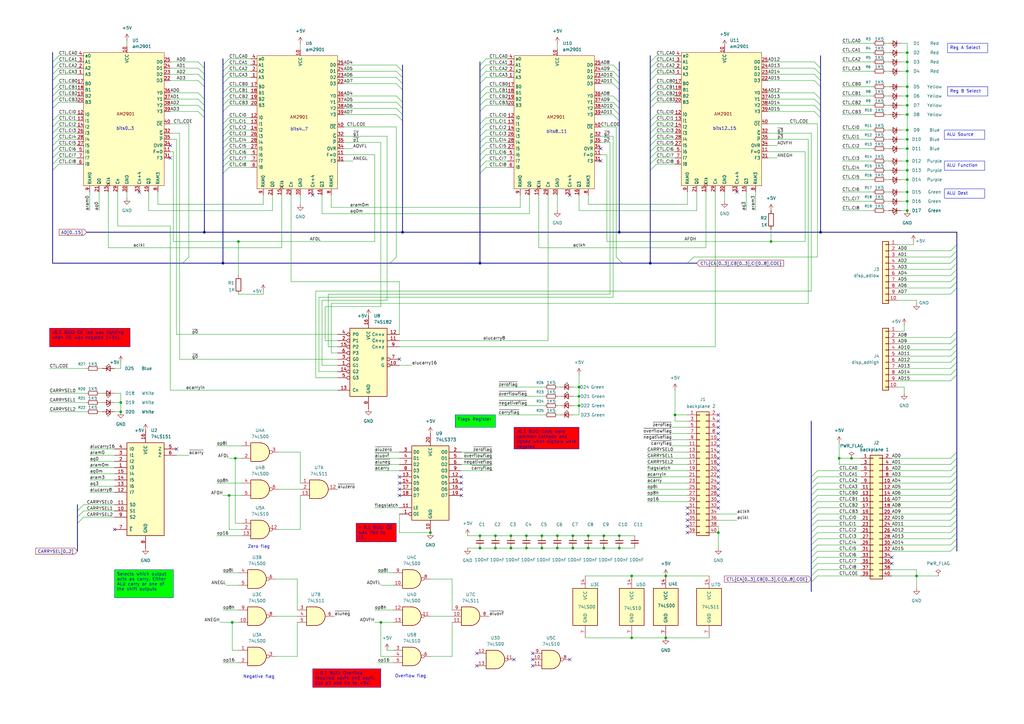
<source format=kicad_sch>
(kicad_sch (version 20250114) (generator "eeschema") (generator_version "9.0")
  (paper "A3")
  (title_block (title "16bit cpu exercise") (date "2025-10-18") (rev "0.2") (company "ErrorSort"))
  (text "Overflow flag" (at 168.402 277.368 0) (effects (font (size 1.27 1.27))))
  (text "bits8..11" (at 228.346 54.102 0) (effects (font (size 1.27 1.27))))
  (text "bits0..3" (at 51.308 52.832 0) (effects (font (size 1.27 1.27))))
  (text "Zero flag" (at 106.172 224.282 0) (effects (font (size 1.27 1.27))))
  (text "bits4..7" (at 122.682 53.086 0) (effects (font (size 1.27 1.27))))
  (text "bits12..15" (at 297.18 52.832 0) (effects (font (size 1.27 1.27))))
  (text "Negative flag" (at 106.172 277.622 0) (effects (font (size 1.27 1.27))))
  (text_box "Selects which output\nacts as carry. Either\nALU carry or one of\nthe shift outputs" (at 46.99 233.68 0) (size 24.13 11.43) (margins 0.9525 0.9525 0.9525 0.9525) (fill (type color) (color 0 255 0 1)) (effects (font (size 1.27 1.27)) (justify left top)))
  (text_box "v0.1 BUG: Leds were common cathode and lighed when signals were negated" (at 210.82 175.26 0) (size 26.67 8.89) (margins 0.9525 0.9525 0.9525 0.9525) (fill (type color) (color 255 0 0 1)) (effects (font (size 1.27 1.27)) (justify left top)))
  (text_box "Reg B Select" (at 388.62 35.56 0) (size 16.51 3.81) (margins 0.9525 0.9525 0.9525 0.9525) (effects (font (size 1.27 1.27)) (justify left top)))
  (text_box "Reg A Select" (at 388.62 17.78 0) (size 16.51 3.81) (margins 0.9525 0.9525 0.9525 0.9525) (effects (font (size 1.27 1.27)) (justify left top)))
  (text_box "Flags Register" (at 186.69 170.18 0) (size 16.51 5.08) (margins 0.9525 0.9525 0.9525 0.9525) (fill (type color) (color 0 255 0 1)) (effects (font (size 1.27 1.27)) (justify left top)))
  (text_box "v0.1 BUG: OE led was lighting when OE was negated (+5v)." (at 20.32 134.62 0) (size 33.02 7.62) (margins 0.9525 0.9525 0.9525 0.9525) (fill (type color) (color 255 0 0 1)) (effects (font (size 1.27 1.27)) (justify left top)))
  (text_box "ALU Function" (at 387.35 66.04 0) (size 16.51 3.81) (margins 0.9525 0.9525 0.9525 0.9525) (effects (font (size 1.27 1.27)) (justify left top)))
  (text_box "v 0.1 BUG: ~{OE} was tied to LE." (at 146.05 214.63 0) (size 16.51 7.62) (margins 0.9525 0.9525 0.9525 0.9525) (fill (type color) (color 255 0 0 1)) (effects (font (size 1.27 1.27)) (justify left top)))
  (text_box "v 0.1 BUG: Overflow required aovfh and aovfl. Cut p3 and tie to +5V." (at 128.27 274.32 0) (size 27.94 7.62) (margins 0.9525 0.9525 0.9525 0.9525) (fill (type color) (color 255 0 0 1)) (effects (font (size 1.27 1.27)) (justify left top)))
  (text_box "ALU Dest" (at 387.35 77.47 0) (size 16.51 3.81) (margins 0.9525 0.9525 0.9525 0.9525) (effects (font (size 1.27 1.27)) (justify left top)))
  (text_box "ALU Source" (at 387.35 53.34 0) (size 16.51 3.81) (margins 0.9525 0.9525 0.9525 0.9525) (effects (font (size 1.27 1.27)) (justify left top)))
  (junction (at 196.85 219.71))
  (junction (at 237.49 166.37))
  (junction (at 176.53 218.44))
  (junction (at 336.55 95.25))
  (junction (at 241.3 224.79))
  (junction (at 372.11 78.74))
  (junction (at 316.23 99.06))
  (junction (at 222.25 224.79))
  (junction (at 349.25 187.96))
  (junction (at 215.9 219.71))
  (junction (at 294.64 218.44))
  (junction (at 254 224.79))
  (junction (at 372.11 82.55))
  (junction (at 196.85 224.79))
  (junction (at 372.11 29.21))
  (junction (at 372.11 46.99))
  (junction (at 372.11 69.85))
  (junction (at 49.53 165.1))
  (junction (at 203.2 224.79))
  (junction (at 372.11 73.66))
  (junction (at 228.6 224.79))
  (junction (at 247.65 219.71))
  (junction (at 49.53 168.91))
  (junction (at 228.6 219.71))
  (junction (at 237.49 158.75))
  (junction (at 259.08 236.22))
  (junction (at 273.05 236.22))
  (junction (at 259.08 261.62))
  (junction (at 91.44 107.95))
  (junction (at 254 95.25))
  (junction (at 215.9 224.79))
  (junction (at 372.11 35.56))
  (junction (at 273.05 261.62))
  (junction (at 237.49 162.56))
  (junction (at 372.11 86.36))
  (junction (at 372.11 60.96))
  (junction (at 209.55 224.79))
  (junction (at 241.3 219.71))
  (junction (at 234.95 224.79))
  (junction (at 344.17 187.96))
  (junction (at 165.1 95.25))
  (junction (at 203.2 219.71))
  (junction (at 276.86 170.18))
  (junction (at 372.11 66.04))
  (junction (at 247.65 224.79))
  (junction (at 372.11 21.59))
  (junction (at 196.85 107.95))
  (junction (at 372.11 53.34))
  (junction (at 222.25 219.71))
  (junction (at 83.82 95.25))
  (junction (at 372.11 43.18))
  (junction (at 96.52 187.96))
  (junction (at 254 219.71))
  (junction (at 375.92 236.22))
  (junction (at 95.25 255.27))
  (junction (at 156.21 255.27))
  (junction (at 97.79 99.06))
  (junction (at 372.11 39.37))
  (junction (at 372.11 57.15))
  (junction (at 266.7 107.95))
  (junction (at 209.55 219.71))
  (junction (at 93.98 203.2))
  (junction (at 372.11 25.4))
  (junction (at 234.95 219.71))
  (no_connect (at 189.23 198.12))
  (no_connect (at 294.64 177.8))
  (no_connect (at 218.44 267.97))
  (no_connect (at 294.64 180.34))
  (no_connect (at 128.27 80.01))
  (no_connect (at 294.64 175.26))
  (no_connect (at 281.94 215.9))
  (no_connect (at 233.68 80.01))
  (no_connect (at 294.64 203.2))
  (no_connect (at 218.44 273.05))
  (no_connect (at 246.38 60.96))
  (no_connect (at 163.83 147.32))
  (no_connect (at 189.23 195.58))
  (no_connect (at 294.64 198.12))
  (no_connect (at 210.82 270.51))
  (no_connect (at 294.64 208.28))
  (no_connect (at 72.39 184.15))
  (no_connect (at 294.64 187.96))
  (no_connect (at 163.83 195.58))
  (no_connect (at 69.85 59.69))
  (no_connect (at 294.64 195.58))
  (no_connect (at 294.64 193.04))
  (no_connect (at 294.64 170.18))
  (no_connect (at 163.83 203.2))
  (no_connect (at 163.83 200.66))
  (no_connect (at 163.83 198.12))
  (no_connect (at 294.64 182.88))
  (no_connect (at 302.26 78.74))
  (no_connect (at 294.64 205.74))
  (no_connect (at 233.68 270.51))
  (no_connect (at 365.76 231.14))
  (no_connect (at 195.58 273.05))
  (no_connect (at 57.15 78.74))
  (no_connect (at 365.76 228.6))
  (no_connect (at 294.64 185.42))
  (no_connect (at 294.64 172.72))
  (no_connect (at 218.44 270.51))
  (no_connect (at 46.99 217.17))
  (no_connect (at 246.38 66.04))
  (no_connect (at 294.64 200.66))
  (no_connect (at 281.94 210.82))
  (no_connect (at 69.85 64.77))
  (no_connect (at 294.64 190.5))
  (no_connect (at 281.94 218.44))
  (no_connect (at 195.58 267.97))
  (no_connect (at 189.23 200.66))
  (no_connect (at 189.23 203.2))
  (no_connect (at 281.94 208.28))
  (no_connect (at 281.94 213.36))
  (bus_entry (at 392.43 195.58) (size -2.54 2.54))
  (bus_entry (at 392.43 190.5) (size -2.54 2.54))
  (bus_entry (at 21.59 69.85) (size 2.54 -2.54))
  (bus_entry (at 266.7 64.77) (size 2.54 -2.54))
  (bus_entry (at 196.85 55.88) (size 2.54 -2.54))
  (bus_entry (at 332.74 226.06) (size 2.54 -2.54))
  (bus_entry (at 392.43 187.96) (size -2.54 2.54))
  (bus_entry (at 254 41.91) (size -2.54 -2.54))
  (bus_entry (at 392.43 185.42) (size -2.54 2.54))
  (bus_entry (at 165.1 29.21) (size -2.54 -2.54))
  (bus_entry (at 196.85 60.96) (size 2.54 -2.54))
  (bus_entry (at 196.85 53.34) (size 2.54 -2.54))
  (bus_entry (at 196.85 40.64) (size 2.54 -2.54))
  (bus_entry (at 21.59 36.83) (size 2.54 -2.54))
  (bus_entry (at 91.44 29.21) (size 2.54 -2.54))
  (bus_entry (at 165.1 49.53) (size -2.54 -2.54))
  (bus_entry (at 21.59 39.37) (size 2.54 -2.54))
  (bus_entry (at 83.82 30.48) (size -2.54 -2.54))
  (bus_entry (at 332.74 195.58) (size 2.54 -2.54))
  (bus_entry (at 266.7 33.02) (size 2.54 -2.54))
  (bus_entry (at 196.85 66.04) (size 2.54 -2.54))
  (bus_entry (at 392.43 220.98) (size -2.54 2.54))
  (bus_entry (at 332.74 220.98) (size 2.54 -2.54))
  (bus_entry (at 392.43 148.59) (size -2.54 2.54))
  (bus_entry (at 266.7 62.23) (size 2.54 -2.54))
  (bus_entry (at 392.43 210.82) (size -2.54 2.54))
  (bus_entry (at 21.59 41.91) (size 2.54 -2.54))
  (bus_entry (at 392.43 208.28) (size -2.54 2.54))
  (bus_entry (at 91.44 50.8) (size 2.54 -2.54))
  (bus_entry (at 91.44 58.42) (size 2.54 -2.54))
  (bus_entry (at 165.1 44.45) (size -2.54 -2.54))
  (bus_entry (at 332.74 203.2) (size 2.54 -2.54))
  (bus_entry (at 266.7 69.85) (size 2.54 -2.54))
  (bus_entry (at 21.59 57.15) (size 2.54 -2.54))
  (bus_entry (at 332.74 231.14) (size 2.54 -2.54))
  (bus_entry (at 254 46.99) (size -2.54 -2.54))
  (bus_entry (at 74.93 107.95) (size 2.54 -2.54))
  (bus_entry (at 254 31.75) (size -2.54 -2.54))
  (bus_entry (at 332.74 233.68) (size 2.54 -2.54))
  (bus_entry (at 91.44 71.12) (size 2.54 -2.54))
  (bus_entry (at 392.43 110.49) (size -2.54 2.54))
  (bus_entry (at 332.74 238.76) (size 2.54 -2.54))
  (bus_entry (at 91.44 26.67) (size 2.54 -2.54))
  (bus_entry (at 392.43 213.36) (size -2.54 2.54))
  (bus_entry (at 392.43 107.95) (size -2.54 2.54))
  (bus_entry (at 332.74 236.22) (size 2.54 -2.54))
  (bus_entry (at 266.7 27.94) (size 2.54 -2.54))
  (bus_entry (at 336.55 35.56) (size -2.54 -2.54))
  (bus_entry (at 392.43 118.11) (size -2.54 2.54))
  (bus_entry (at 196.85 50.8) (size 2.54 -2.54))
  (bus_entry (at 336.55 30.48) (size -2.54 -2.54))
  (bus_entry (at 21.59 44.45) (size 2.54 -2.54))
  (bus_entry (at 266.7 41.91) (size 2.54 -2.54))
  (bus_entry (at 21.59 27.94) (size 2.54 -2.54))
  (bus_entry (at 392.43 143.51) (size -2.54 2.54))
  (bus_entry (at 21.59 64.77) (size 2.54 -2.54))
  (bus_entry (at 91.44 68.58) (size 2.54 -2.54))
  (bus_entry (at 254 36.83) (size -2.54 -2.54))
  (bus_entry (at 266.7 30.48) (size 2.54 -2.54))
  (bus_entry (at 83.82 27.94) (size -2.54 -2.54))
  (bus_entry (at 91.44 63.5) (size 2.54 -2.54))
  (bus_entry (at 392.43 146.05) (size -2.54 2.54))
  (bus_entry (at 392.43 105.41) (size -2.54 2.54))
  (bus_entry (at 332.74 213.36) (size 2.54 -2.54))
  (bus_entry (at 91.44 34.29) (size 2.54 -2.54))
  (bus_entry (at 91.44 40.64) (size 2.54 -2.54))
  (bus_entry (at 91.44 66.04) (size 2.54 -2.54))
  (bus_entry (at 196.85 29.21) (size 2.54 -2.54))
  (bus_entry (at 254 44.45) (size -2.54 -2.54))
  (bus_entry (at 255.27 107.95) (size -2.54 -2.54))
  (bus_entry (at 21.59 25.4) (size 2.54 -2.54))
  (bus_entry (at 332.74 218.44) (size 2.54 -2.54))
  (bus_entry (at 165.1 34.29) (size -2.54 -2.54))
  (bus_entry (at 196.85 63.5) (size 2.54 -2.54))
  (bus_entry (at 83.82 35.56) (size -2.54 -2.54))
  (bus_entry (at 83.82 48.26) (size -2.54 -2.54))
  (bus_entry (at 165.1 41.91) (size -2.54 -2.54))
  (bus_entry (at 266.7 25.4) (size 2.54 -2.54))
  (bus_entry (at 91.44 53.34) (size 2.54 -2.54))
  (bus_entry (at 332.74 223.52) (size 2.54 -2.54))
  (bus_entry (at 336.55 43.18) (size -2.54 -2.54))
  (bus_entry (at 266.7 52.07) (size 2.54 -2.54))
  (bus_entry (at 392.43 223.52) (size -2.54 2.54))
  (bus_entry (at 266.7 39.37) (size 2.54 -2.54))
  (bus_entry (at 332.74 210.82) (size 2.54 -2.54))
  (bus_entry (at 83.82 43.18) (size -2.54 -2.54))
  (bus_entry (at 392.43 135.89) (size -2.54 2.54))
  (bus_entry (at 392.43 102.87) (size -2.54 2.54))
  (bus_entry (at 254 49.53) (size -2.54 -2.54))
  (bus_entry (at 332.74 205.74) (size 2.54 -2.54))
  (bus_entry (at 266.7 59.69) (size 2.54 -2.54))
  (bus_entry (at 266.7 36.83) (size 2.54 -2.54))
  (bus_entry (at 392.43 200.66) (size -2.54 2.54))
  (bus_entry (at 392.43 193.04) (size -2.54 2.54))
  (bus_entry (at 336.55 33.02) (size -2.54 -2.54))
  (bus_entry (at 392.43 203.2) (size -2.54 2.54))
  (bus_entry (at 336.55 48.26) (size -2.54 -2.54))
  (bus_entry (at 196.85 68.58) (size 2.54 -2.54))
  (bus_entry (at 196.85 45.72) (size 2.54 -2.54))
  (bus_entry (at 266.7 54.61) (size 2.54 -2.54))
  (bus_entry (at 160.02 107.95) (size 2.54 -2.54))
  (bus_entry (at 21.59 59.69) (size 2.54 -2.54))
  (bus_entry (at 31.75 214.63) (size 2.54 -2.54))
  (bus_entry (at 21.59 49.53) (size 2.54 -2.54))
  (bus_entry (at 91.44 31.75) (size 2.54 -2.54))
  (bus_entry (at 392.43 100.33) (size -2.54 2.54))
  (bus_entry (at 31.75 209.55) (size 2.54 -2.54))
  (bus_entry (at 392.43 198.12) (size -2.54 2.54))
  (bus_entry (at 266.7 44.45) (size 2.54 -2.54))
  (bus_entry (at 392.43 218.44) (size -2.54 2.54))
  (bus_entry (at 196.85 31.75) (size 2.54 -2.54))
  (bus_entry (at 392.43 115.57) (size -2.54 2.54))
  (bus_entry (at 392.43 205.74) (size -2.54 2.54))
  (bus_entry (at 165.1 31.75) (size -2.54 -2.54))
  (bus_entry (at 254 34.29) (size -2.54 -2.54))
  (bus_entry (at 196.85 43.18) (size 2.54 -2.54))
  (bus_entry (at 83.82 33.02) (size -2.54 -2.54))
  (bus_entry (at 266.7 49.53) (size 2.54 -2.54))
  (bus_entry (at 332.74 208.28) (size 2.54 -2.54))
  (bus_entry (at 31.75 212.09) (size 2.54 -2.54))
  (bus_entry (at 91.44 55.88) (size 2.54 -2.54))
  (bus_entry (at 21.59 54.61) (size 2.54 -2.54))
  (bus_entry (at 165.1 46.99) (size -2.54 -2.54))
  (bus_entry (at 21.59 52.07) (size 2.54 -2.54))
  (bus_entry (at 21.59 30.48) (size 2.54 -2.54))
  (bus_entry (at 196.85 34.29) (size 2.54 -2.54))
  (bus_entry (at 332.74 198.12) (size 2.54 -2.54))
  (bus_entry (at 392.43 215.9) (size -2.54 2.54))
  (bus_entry (at 332.74 215.9) (size 2.54 -2.54))
  (bus_entry (at 392.43 113.03) (size -2.54 2.54))
  (bus_entry (at 21.59 62.23) (size 2.54 -2.54))
  (bus_entry (at 165.1 36.83) (size -2.54 -2.54))
  (bus_entry (at 91.44 38.1) (size 2.54 -2.54))
  (bus_entry (at 196.85 38.1) (size 2.54 -2.54))
  (bus_entry (at 83.82 40.64) (size -2.54 -2.54))
  (bus_entry (at 336.55 45.72) (size -2.54 -2.54))
  (bus_entry (at 196.85 26.67) (size 2.54 -2.54))
  (bus_entry (at 83.82 45.72) (size -2.54 -2.54))
  (bus_entry (at 91.44 43.18) (size 2.54 -2.54))
  (bus_entry (at 266.7 57.15) (size 2.54 -2.54))
  (bus_entry (at 336.55 40.64) (size -2.54 -2.54))
  (bus_entry (at 196.85 71.12) (size 2.54 -2.54))
  (bus_entry (at 266.7 67.31) (size 2.54 -2.54))
  (bus_entry (at 91.44 45.72) (size 2.54 -2.54))
  (bus_entry (at 336.55 27.94) (size -2.54 -2.54))
  (bus_entry (at 392.43 140.97) (size -2.54 2.54))
  (bus_entry (at 392.43 138.43) (size -2.54 2.54))
  (bus_entry (at 91.44 60.96) (size 2.54 -2.54))
  (bus_entry (at 332.74 228.6) (size 2.54 -2.54))
  (bus_entry (at 21.59 67.31) (size 2.54 -2.54))
  (bus_entry (at 254 29.21) (size -2.54 -2.54))
  (bus_entry (at 392.43 153.67) (size -2.54 2.54))
  (bus_entry (at 392.43 151.13) (size -2.54 2.54))
  (bus_entry (at 196.85 58.42) (size 2.54 -2.54))
  (bus_entry (at 21.59 33.02) (size 2.54 -2.54))
  (bus_entry (at 332.74 200.66) (size 2.54 -2.54))
  (bus_entry (at 281.94 107.95) (size 2.54 -2.54))
  (wire (pts (xy 93.98 63.5) (xy 102.87 63.5)))
  (bus (pts (xy 254 34.29) (xy 254 36.83)))
  (bus (pts (xy 91.44 58.42) (xy 91.44 60.96)))
  (wire (pts (xy 332.74 119.38) (xy 129.54 119.38)))
  (bus (pts (xy 336.55 22.86) (xy 336.55 27.94)))
  (wire (pts (xy 228.6 86.36) (xy 228.6 80.01)))
  (wire (pts (xy 345.44 53.34) (xy 358.14 53.34)))
  (bus (pts (xy 21.59 52.07) (xy 21.59 54.61)))
  (wire (pts (xy 91.44 203.2) (xy 93.98 203.2)))
  (wire (pts (xy 130.81 152.4) (xy 138.43 152.4)))
  (bus (pts (xy 196.85 63.5) (xy 196.85 66.04)))
  (wire (pts (xy 115.57 80.01) (xy 115.57 101.6)))
  (wire (pts (xy 135.89 124.46) (xy 135.89 144.78)))
  (bus (pts (xy 196.85 26.67) (xy 196.85 29.21)))
  (wire (pts (xy 111.76 86.36) (xy 111.76 80.01)))
  (bus (pts (xy 332.74 172.72) (xy 332.74 195.58)))
  (wire (pts (xy 372.11 39.37) (xy 372.11 43.18)))
  (wire (pts (xy 24.13 30.48) (xy 31.75 30.48)))
  (bus (pts (xy 165.1 41.91) (xy 165.1 44.45)))
  (wire (pts (xy 121.92 269.24) (xy 113.03 269.24)))
  (wire (pts (xy 93.98 26.67) (xy 102.87 26.67)))
  (wire (pts (xy 314.96 43.18) (xy 334.01 43.18)))
  (bus (pts (xy 392.43 195.58) (xy 392.43 198.12)))
  (wire (pts (xy 294.64 215.9) (xy 294.64 218.44)))
  (wire (pts (xy 129.54 119.38) (xy 129.54 154.94)))
  (wire (pts (xy 90.17 255.27) (xy 95.25 255.27)))
  (bus (pts (xy 21.59 30.48) (xy 21.59 33.02)))
  (wire (pts (xy 368.3 148.59) (xy 389.89 148.59)))
  (bus (pts (xy 392.43 115.57) (xy 392.43 118.11)))
  (wire (pts (xy 20.32 165.1) (xy 35.56 165.1)))
  (wire (pts (xy 199.39 53.34) (xy 208.28 53.34)))
  (wire (pts (xy 69.85 33.02) (xy 81.28 33.02)))
  (wire (pts (xy 24.13 41.91) (xy 31.75 41.91)))
  (bus (pts (xy 196.85 58.42) (xy 196.85 60.96)))
  (wire (pts (xy 199.39 35.56) (xy 208.28 35.56)))
  (wire (pts (xy 275.59 182.88) (xy 281.94 182.88)))
  (bus (pts (xy 21.59 69.85) (xy 21.59 107.95)))
  (bus (pts (xy 21.59 62.23) (xy 21.59 64.77)))
  (wire (pts (xy 228.6 17.78) (xy 228.6 20.32)))
  (bus (pts (xy 266.7 69.85) (xy 266.7 107.95)))
  (bus (pts (xy 21.59 27.94) (xy 21.59 30.48)))
  (bus (pts (xy 196.85 53.34) (xy 196.85 55.88)))
  (wire (pts (xy 140.97 52.07) (xy 162.56 52.07)))
  (bus (pts (xy 83.82 40.64) (xy 83.82 43.18)))
  (wire (pts (xy 363.22 53.34) (xy 364.49 53.34)))
  (wire (pts (xy 368.3 110.49) (xy 389.89 110.49)))
  (bus (pts (xy 21.59 67.31) (xy 21.59 69.85)))
  (wire (pts (xy 368.3 118.11) (xy 389.89 118.11)))
  (bus (pts (xy 266.7 27.94) (xy 266.7 30.48)))
  (wire (pts (xy 246.38 55.88) (xy 251.46 55.88)))
  (wire (pts (xy 49.53 148.59) (xy 49.53 151.13)))
  (wire (pts (xy 185.42 237.49) (xy 185.42 250.19)))
  (bus (pts (xy 196.85 71.12) (xy 196.85 107.95)))
  (bus (pts (xy 332.74 195.58) (xy 332.74 198.12)))
  (wire (pts (xy 372.11 73.66) (xy 372.11 78.74)))
  (bus (pts (xy 266.7 39.37) (xy 266.7 41.91)))
  (wire (pts (xy 24.13 49.53) (xy 31.75 49.53)))
  (wire (pts (xy 153.67 63.5) (xy 153.67 99.06)))
  (wire (pts (xy 140.97 26.67) (xy 162.56 26.67)))
  (wire (pts (xy 24.13 64.77) (xy 31.75 64.77)))
  (bus (pts (xy 91.44 71.12) (xy 91.44 107.95)))
  (wire (pts (xy 335.28 236.22) (xy 353.06 236.22)))
  (bus (pts (xy 91.44 34.29) (xy 91.44 38.1)))
  (wire (pts (xy 114.3 185.42) (xy 123.19 185.42)))
  (wire (pts (xy 129.54 154.94) (xy 138.43 154.94)))
  (wire (pts (xy 135.89 144.78) (xy 138.43 144.78)))
  (bus (pts (xy 91.44 29.21) (xy 91.44 31.75)))
  (wire (pts (xy 331.47 124.46) (xy 135.89 124.46)))
  (wire (pts (xy 60.96 78.74) (xy 60.96 86.36)))
  (wire (pts (xy 88.9 219.71) (xy 99.06 219.71)))
  (wire (pts (xy 24.13 62.23) (xy 31.75 62.23)))
  (wire (pts (xy 368.3 102.87) (xy 389.89 102.87)))
  (bus (pts (xy 91.44 53.34) (xy 91.44 55.88)))
  (wire (pts (xy 64.77 83.82) (xy 107.95 83.82)))
  (bus (pts (xy 196.85 107.95) (xy 255.27 107.95)))
  (wire (pts (xy 345.44 25.4) (xy 358.14 25.4)))
  (wire (pts (xy 369.57 69.85) (xy 372.11 69.85)))
  (wire (pts (xy 93.98 187.96) (xy 96.52 187.96)))
  (bus (pts (xy 266.7 59.69) (xy 266.7 62.23)))
  (bus (pts (xy 332.74 203.2) (xy 332.74 205.74)))
  (wire (pts (xy 95.25 255.27) (xy 95.25 266.7)))
  (wire (pts (xy 215.9 219.71) (xy 222.25 219.71)))
  (bus (pts (xy 332.74 213.36) (xy 332.74 215.9)))
  (bus (pts (xy 392.43 205.74) (xy 392.43 208.28)))
  (wire (pts (xy 374.65 99.06) (xy 374.65 100.33)))
  (bus (pts (xy 266.7 62.23) (xy 266.7 64.77)))
  (wire (pts (xy 265.43 195.58) (xy 281.94 195.58)))
  (wire (pts (xy 345.44 82.55) (xy 358.14 82.55)))
  (wire (pts (xy 335.28 200.66) (xy 353.06 200.66)))
  (wire (pts (xy 121.92 255.27) (xy 121.92 269.24)))
  (wire (pts (xy 345.44 35.56) (xy 358.14 35.56)))
  (bus (pts (xy 392.43 200.66) (xy 392.43 203.2)))
  (wire (pts (xy 24.13 34.29) (xy 31.75 34.29)))
  (wire (pts (xy 363.22 39.37) (xy 364.49 39.37)))
  (wire (pts (xy 375.92 124.46) (xy 375.92 123.19)))
  (wire (pts (xy 269.24 41.91) (xy 276.86 41.91)))
  (bus (pts (xy 392.43 193.04) (xy 392.43 195.58)))
  (wire (pts (xy 220.98 101.6) (xy 289.56 101.6)))
  (wire (pts (xy 250.19 120.65) (xy 134.62 120.65)))
  (wire (pts (xy 24.13 36.83) (xy 31.75 36.83)))
  (bus (pts (xy 266.7 57.15) (xy 266.7 59.69)))
  (wire (pts (xy 140.97 34.29) (xy 162.56 34.29)))
  (wire (pts (xy 204.47 170.18) (xy 223.52 170.18)))
  (wire (pts (xy 372.11 21.59) (xy 372.11 25.4)))
  (wire (pts (xy 250.19 58.42) (xy 250.19 120.65)))
  (bus (pts (xy 254 29.21) (xy 254 31.75)))
  (wire (pts (xy 368.3 107.95) (xy 389.89 107.95)))
  (wire (pts (xy 163.83 210.82) (xy 163.83 218.44)))
  (wire (pts (xy 204.47 158.75) (xy 223.52 158.75)))
  (bus (pts (xy 21.59 36.83) (xy 21.59 39.37)))
  (wire (pts (xy 93.98 38.1) (xy 102.87 38.1)))
  (wire (pts (xy 273.05 261.62) (xy 290.83 261.62)))
  (wire (pts (xy 353.06 190.5) (xy 344.17 190.5)))
  (bus (pts (xy 21.59 41.91) (xy 21.59 44.45)))
  (wire (pts (xy 97.79 99.06) (xy 97.79 113.03)))
  (wire (pts (xy 40.64 168.91) (xy 41.91 168.91)))
  (wire (pts (xy 24.13 54.61) (xy 31.75 54.61)))
  (bus (pts (xy 266.7 52.07) (xy 266.7 54.61)))
  (wire (pts (xy 228.6 219.71) (xy 234.95 219.71)))
  (wire (pts (xy 331.47 57.15) (xy 331.47 124.46)))
  (bus (pts (xy 392.43 220.98) (xy 392.43 223.52)))
  (wire (pts (xy 365.76 187.96) (xy 389.89 187.96)))
  (wire (pts (xy 140.97 31.75) (xy 162.56 31.75)))
  (wire (pts (xy 368.3 151.13) (xy 389.89 151.13)))
  (bus (pts (xy 196.85 50.8) (xy 196.85 53.34)))
  (wire (pts (xy 241.3 80.01) (xy 241.3 83.82)))
  (wire (pts (xy 375.92 236.22) (xy 384.81 236.22)))
  (wire (pts (xy 248.92 63.5) (xy 248.92 99.06)))
  (wire (pts (xy 365.76 213.36) (xy 389.89 213.36)))
  (wire (pts (xy 130.81 121.92) (xy 130.81 152.4)))
  (bus (pts (xy 91.44 26.67) (xy 91.44 29.21)))
  (wire (pts (xy 345.44 21.59) (xy 358.14 21.59)))
  (wire (pts (xy 46.99 161.29) (xy 49.53 161.29)))
  (bus (pts (xy 254 31.75) (xy 254 34.29)))
  (wire (pts (xy 113.03 252.73) (xy 121.92 252.73)))
  (wire (pts (xy 246.38 34.29) (xy 251.46 34.29)))
  (bus (pts (xy 83.82 33.02) (xy 83.82 35.56)))
  (bus (pts (xy 392.43 215.9) (xy 392.43 218.44)))
  (wire (pts (xy 363.22 21.59) (xy 364.49 21.59)))
  (wire (pts (xy 375.92 233.68) (xy 375.92 236.22)))
  (wire (pts (xy 189.23 187.96) (xy 201.93 187.96)))
  (wire (pts (xy 265.43 200.66) (xy 281.94 200.66)))
  (bus (pts (xy 196.85 31.75) (xy 196.85 34.29)))
  (wire (pts (xy 234.95 219.71) (xy 241.3 219.71)))
  (wire (pts (xy 372.11 82.55) (xy 372.11 86.36)))
  (wire (pts (xy 163.83 139.7) (xy 224.79 139.7)))
  (wire (pts (xy 69.85 40.64) (xy 81.28 40.64)))
  (bus (pts (xy 332.74 198.12) (xy 332.74 200.66)))
  (bus (pts (xy 83.82 30.48) (xy 83.82 33.02)))
  (wire (pts (xy 199.39 29.21) (xy 208.28 29.21)))
  (wire (pts (xy 363.22 43.18) (xy 364.49 43.18)))
  (wire (pts (xy 247.65 224.79) (xy 254 224.79)))
  (wire (pts (xy 285.75 86.36) (xy 285.75 78.74)))
  (wire (pts (xy 92.71 240.03) (xy 97.79 240.03)))
  (wire (pts (xy 215.9 224.79) (xy 222.25 224.79)))
  (wire (pts (xy 248.92 99.06) (xy 316.23 99.06)))
  (wire (pts (xy 140.97 60.96) (xy 144.78 60.96)))
  (wire (pts (xy 369.57 73.66) (xy 372.11 73.66)))
  (wire (pts (xy 345.44 69.85) (xy 358.14 69.85)))
  (bus (pts (xy 392.43 118.11) (xy 392.43 135.89)))
  (wire (pts (xy 91.44 234.95) (xy 97.79 234.95)))
  (wire (pts (xy 335.28 220.98) (xy 353.06 220.98)))
  (wire (pts (xy 234.95 170.18) (xy 237.49 170.18)))
  (wire (pts (xy 24.13 59.69) (xy 31.75 59.69)))
  (wire (pts (xy 99.06 217.17) (xy 93.98 217.17)))
  (wire (pts (xy 365.76 233.68) (xy 375.92 233.68)))
  (wire (pts (xy 44.45 101.6) (xy 115.57 101.6)))
  (wire (pts (xy 368.3 138.43) (xy 389.89 138.43)))
  (wire (pts (xy 314.96 33.02) (xy 334.01 33.02)))
  (wire (pts (xy 269.24 30.48) (xy 276.86 30.48)))
  (wire (pts (xy 252.73 52.07) (xy 246.38 52.07)))
  (wire (pts (xy 123.19 83.82) (xy 123.19 80.01)))
  (wire (pts (xy 199.39 68.58) (xy 208.28 68.58)))
  (wire (pts (xy 369.57 35.56) (xy 372.11 35.56)))
  (wire (pts (xy 252.73 105.41) (xy 252.73 52.07)))
  (bus (pts (xy 392.43 107.95) (xy 392.43 110.49)))
  (wire (pts (xy 107.95 119.38) (xy 107.95 120.65)))
  (wire (pts (xy 265.43 203.2) (xy 281.94 203.2)))
  (wire (pts (xy 294.64 218.44) (xy 294.64 224.79)))
  (wire (pts (xy 97.79 266.7) (xy 95.25 266.7)))
  (wire (pts (xy 254 219.71) (xy 260.35 219.71)))
  (wire (pts (xy 273.05 236.22) (xy 290.83 236.22)))
  (wire (pts (xy 48.26 92.71) (xy 69.85 92.71)))
  (wire (pts (xy 345.44 43.18) (xy 358.14 43.18)))
  (wire (pts (xy 246.38 63.5) (xy 248.92 63.5)))
  (bus (pts (xy 21.59 49.53) (xy 21.59 52.07)))
  (wire (pts (xy 251.46 121.92) (xy 130.81 121.92)))
  (wire (pts (xy 95.25 255.27) (xy 97.79 255.27)))
  (bus (pts (xy 332.74 233.68) (xy 332.74 236.22)))
  (wire (pts (xy 368.3 140.97) (xy 389.89 140.97)))
  (wire (pts (xy 163.83 218.44) (xy 176.53 218.44)))
  (wire (pts (xy 269.24 22.86) (xy 276.86 22.86)))
  (wire (pts (xy 123.19 185.42) (xy 123.19 198.12)))
  (bus (pts (xy 165.1 34.29) (xy 165.1 36.83)))
  (bus (pts (xy 336.55 43.18) (xy 336.55 45.72)))
  (wire (pts (xy 123.19 17.78) (xy 123.19 20.32)))
  (wire (pts (xy 140.97 44.45) (xy 162.56 44.45)))
  (wire (pts (xy 365.76 220.98) (xy 389.89 220.98)))
  (wire (pts (xy 73.66 147.32) (xy 138.43 147.32)))
  (bus (pts (xy 392.43 148.59) (xy 392.43 151.13)))
  (wire (pts (xy 237.49 80.01) (xy 237.49 86.36)))
  (wire (pts (xy 209.55 219.71) (xy 215.9 219.71)))
  (bus (pts (xy 254 25.4) (xy 254 29.21)))
  (wire (pts (xy 345.44 57.15) (xy 358.14 57.15)))
  (wire (pts (xy 191.77 224.79) (xy 196.85 224.79)))
  (bus (pts (xy 392.43 203.2) (xy 392.43 205.74)))
  (bus (pts (xy 165.1 95.25) (xy 254 95.25)))
  (wire (pts (xy 228.6 170.18) (xy 229.87 170.18)))
  (wire (pts (xy 269.24 54.61) (xy 276.86 54.61)))
  (wire (pts (xy 69.85 160.02) (xy 138.43 160.02)))
  (wire (pts (xy 156.21 240.03) (xy 161.29 240.03)))
  (wire (pts (xy 269.24 25.4) (xy 276.86 25.4)))
  (wire (pts (xy 204.47 162.56) (xy 223.52 162.56)))
  (wire (pts (xy 71.12 62.23) (xy 71.12 99.06)))
  (wire (pts (xy 199.39 55.88) (xy 208.28 55.88)))
  (bus (pts (xy 91.44 68.58) (xy 91.44 71.12)))
  (wire (pts (xy 69.85 27.94) (xy 81.28 27.94)))
  (wire (pts (xy 372.11 57.15) (xy 372.11 60.96)))
  (wire (pts (xy 237.49 162.56) (xy 237.49 166.37)))
  (wire (pts (xy 176.53 252.73) (xy 185.42 252.73)))
  (wire (pts (xy 369.57 25.4) (xy 372.11 25.4)))
  (wire (pts (xy 203.2 219.71) (xy 209.55 219.71)))
  (wire (pts (xy 91.44 250.19) (xy 97.79 250.19)))
  (wire (pts (xy 368.3 105.41) (xy 389.89 105.41)))
  (wire (pts (xy 372.11 35.56) (xy 372.11 39.37)))
  (wire (pts (xy 52.07 81.28) (xy 52.07 78.74)))
  (bus (pts (xy 31.75 214.63) (xy 31.75 226.06)))
  (wire (pts (xy 345.44 17.78) (xy 358.14 17.78)))
  (wire (pts (xy 297.18 82.55) (xy 297.18 78.74)))
  (wire (pts (xy 69.85 30.48) (xy 81.28 30.48)))
  (bus (pts (xy 21.59 57.15) (xy 21.59 59.69)))
  (wire (pts (xy 335.28 215.9) (xy 353.06 215.9)))
  (wire (pts (xy 93.98 24.13) (xy 102.87 24.13)))
  (wire (pts (xy 199.39 50.8) (xy 208.28 50.8)))
  (bus (pts (xy 336.55 27.94) (xy 336.55 30.48)))
  (bus (pts (xy 266.7 22.86) (xy 266.7 25.4)))
  (wire (pts (xy 36.83 189.23) (xy 46.99 189.23)))
  (wire (pts (xy 52.07 16.51) (xy 52.07 19.05)))
  (wire (pts (xy 372.11 43.18) (xy 372.11 46.99)))
  (wire (pts (xy 314.96 27.94) (xy 334.01 27.94)))
  (wire (pts (xy 265.43 187.96) (xy 281.94 187.96)))
  (wire (pts (xy 93.98 29.21) (xy 102.87 29.21)))
  (wire (pts (xy 69.85 50.8) (xy 77.47 50.8)))
  (bus (pts (xy 266.7 49.53) (xy 266.7 52.07)))
  (wire (pts (xy 40.64 165.1) (xy 41.91 165.1)))
  (wire (pts (xy 265.43 198.12) (xy 281.94 198.12)))
  (wire (pts (xy 153.67 190.5) (xy 163.83 190.5)))
  (bus (pts (xy 266.7 67.31) (xy 266.7 69.85)))
  (wire (pts (xy 345.44 39.37) (xy 358.14 39.37)))
  (wire (pts (xy 316.23 99.06) (xy 330.2 99.06)))
  (wire (pts (xy 363.22 25.4) (xy 364.49 25.4)))
  (wire (pts (xy 368.3 113.03) (xy 389.89 113.03)))
  (wire (pts (xy 269.24 36.83) (xy 276.86 36.83)))
  (bus (pts (xy 392.43 138.43) (xy 392.43 140.97)))
  (wire (pts (xy 140.97 41.91) (xy 162.56 41.91)))
  (wire (pts (xy 153.67 193.04) (xy 163.83 193.04)))
  (bus (pts (xy 83.82 35.56) (xy 83.82 40.64)))
  (wire (pts (xy 363.22 82.55) (xy 364.49 82.55)))
  (bus (pts (xy 74.93 107.95) (xy 91.44 107.95)))
  (wire (pts (xy 162.56 52.07) (xy 162.56 105.41)))
  (wire (pts (xy 228.6 224.79) (xy 234.95 224.79)))
  (wire (pts (xy 349.25 187.96) (xy 353.06 187.96)))
  (bus (pts (xy 336.55 95.25) (xy 392.43 95.25)))
  (wire (pts (xy 369.57 39.37) (xy 372.11 39.37)))
  (wire (pts (xy 199.39 63.5) (xy 208.28 63.5)))
  (wire (pts (xy 222.25 219.71) (xy 228.6 219.71)))
  (wire (pts (xy 71.12 99.06) (xy 97.79 99.06)))
  (wire (pts (xy 20.32 161.29) (xy 35.56 161.29)))
  (wire (pts (xy 72.39 137.16) (xy 72.39 57.15)))
  (wire (pts (xy 240.03 236.22) (xy 259.08 236.22)))
  (wire (pts (xy 113.03 237.49) (xy 121.92 237.49)))
  (bus (pts (xy 392.43 100.33) (xy 392.43 102.87)))
  (bus (pts (xy 31.75 207.01) (xy 31.75 209.55)))
  (wire (pts (xy 254 224.79) (xy 260.35 224.79)))
  (bus (pts (xy 196.85 34.29) (xy 196.85 38.1)))
  (bus (pts (xy 332.74 231.14) (xy 332.74 233.68)))
  (bus (pts (xy 254 44.45) (xy 254 46.99)))
  (wire (pts (xy 234.95 166.37) (xy 237.49 166.37)))
  (wire (pts (xy 241.3 83.82) (xy 281.94 83.82)))
  (wire (pts (xy 265.43 205.74) (xy 281.94 205.74)))
  (wire (pts (xy 93.98 35.56) (xy 102.87 35.56)))
  (bus (pts (xy 254 36.83) (xy 254 41.91)))
  (wire (pts (xy 189.23 193.04) (xy 201.93 193.04)))
  (wire (pts (xy 93.98 43.18) (xy 102.87 43.18)))
  (wire (pts (xy 365.76 195.58) (xy 389.89 195.58)))
  (bus (pts (xy 392.43 105.41) (xy 392.43 107.95)))
  (wire (pts (xy 365.76 215.9) (xy 389.89 215.9)))
  (wire (pts (xy 269.24 34.29) (xy 276.86 34.29)))
  (wire (pts (xy 24.13 25.4) (xy 31.75 25.4)))
  (wire (pts (xy 97.79 120.65) (xy 107.95 120.65)))
  (wire (pts (xy 332.74 54.61) (xy 332.74 119.38)))
  (wire (pts (xy 237.49 166.37) (xy 237.49 170.18)))
  (bus (pts (xy 91.44 40.64) (xy 91.44 43.18)))
  (wire (pts (xy 123.19 203.2) (xy 123.19 217.17)))
  (wire (pts (xy 20.32 168.91) (xy 35.56 168.91)))
  (wire (pts (xy 369.57 43.18) (xy 372.11 43.18)))
  (bus (pts (xy 332.74 210.82) (xy 332.74 213.36)))
  (wire (pts (xy 276.86 170.18) (xy 276.86 172.72)))
  (wire (pts (xy 372.11 78.74) (xy 372.11 82.55)))
  (wire (pts (xy 370.84 161.29) (xy 370.84 158.75)))
  (wire (pts (xy 246.38 29.21) (xy 251.46 29.21)))
  (bus (pts (xy 392.43 146.05) (xy 392.43 148.59)))
  (wire (pts (xy 344.17 187.96) (xy 349.25 187.96)))
  (wire (pts (xy 269.24 67.31) (xy 276.86 67.31)))
  (wire (pts (xy 241.3 219.71) (xy 247.65 219.71)))
  (bus (pts (xy 392.43 151.13) (xy 392.43 153.67)))
  (wire (pts (xy 24.13 46.99) (xy 31.75 46.99)))
  (wire (pts (xy 365.76 223.52) (xy 389.89 223.52)))
  (wire (pts (xy 158.75 123.19) (xy 132.08 123.19)))
  (bus (pts (xy 392.43 223.52) (xy 392.43 226.06)))
  (wire (pts (xy 370.84 135.89) (xy 368.3 135.89)))
  (wire (pts (xy 237.49 153.67) (xy 237.49 158.75)))
  (bus (pts (xy 160.02 107.95) (xy 196.85 107.95)))
  (wire (pts (xy 372.11 69.85) (xy 372.11 73.66)))
  (wire (pts (xy 199.39 48.26) (xy 208.28 48.26)))
  (wire (pts (xy 365.76 205.74) (xy 389.89 205.74)))
  (wire (pts (xy 24.13 57.15) (xy 31.75 57.15)))
  (bus (pts (xy 392.43 102.87) (xy 392.43 105.41)))
  (wire (pts (xy 114.3 200.66) (xy 123.19 200.66)))
  (wire (pts (xy 368.3 120.65) (xy 389.89 120.65)))
  (bus (pts (xy 392.43 210.82) (xy 392.43 213.36)))
  (wire (pts (xy 335.28 233.68) (xy 353.06 233.68)))
  (bus (pts (xy 196.85 66.04) (xy 196.85 68.58)))
  (wire (pts (xy 246.38 46.99) (xy 251.46 46.99)))
  (wire (pts (xy 363.22 46.99) (xy 364.49 46.99)))
  (bus (pts (xy 336.55 30.48) (xy 336.55 33.02)))
  (wire (pts (xy 237.49 86.36) (xy 285.75 86.36)))
  (wire (pts (xy 217.17 87.63) (xy 217.17 80.01)))
  (wire (pts (xy 156.21 269.24) (xy 156.21 255.27)))
  (bus (pts (xy 21.59 107.95) (xy 74.93 107.95)))
  (wire (pts (xy 132.08 123.19) (xy 132.08 149.86)))
  (wire (pts (xy 344.17 181.61) (xy 344.17 187.96)))
  (wire (pts (xy 224.79 139.7) (xy 224.79 80.01)))
  (wire (pts (xy 365.76 226.06) (xy 389.89 226.06)))
  (wire (pts (xy 246.38 31.75) (xy 251.46 31.75)))
  (wire (pts (xy 246.38 44.45) (xy 251.46 44.45)))
  (wire (pts (xy 234.95 162.56) (xy 237.49 162.56)))
  (wire (pts (xy 199.39 40.64) (xy 208.28 40.64)))
  (bus (pts (xy 332.74 200.66) (xy 332.74 203.2)))
  (wire (pts (xy 294.64 213.36) (xy 302.26 213.36)))
  (wire (pts (xy 88.9 198.12) (xy 99.06 198.12)))
  (wire (pts (xy 93.98 48.26) (xy 102.87 48.26)))
  (wire (pts (xy 275.59 177.8) (xy 281.94 177.8)))
  (bus (pts (xy 254 41.91) (xy 254 44.45)))
  (bus (pts (xy 31.75 209.55) (xy 31.75 212.09)))
  (wire (pts (xy 69.85 92.71) (xy 69.85 160.02)))
  (bus (pts (xy 83.82 95.25) (xy 165.1 95.25)))
  (bus (pts (xy 254 95.25) (xy 336.55 95.25)))
  (wire (pts (xy 251.46 55.88) (xy 251.46 121.92)))
  (bus (pts (xy 196.85 43.18) (xy 196.85 45.72)))
  (wire (pts (xy 46.99 151.13) (xy 49.53 151.13)))
  (wire (pts (xy 269.24 52.07) (xy 276.86 52.07)))
  (wire (pts (xy 372.11 53.34) (xy 372.11 57.15)))
  (wire (pts (xy 369.57 17.78) (xy 372.11 17.78)))
  (wire (pts (xy 335.28 195.58) (xy 353.06 195.58)))
  (wire (pts (xy 335.28 105.41) (xy 335.28 50.8)))
  (bus (pts (xy 196.85 25.4) (xy 196.85 26.67)))
  (wire (pts (xy 269.24 59.69) (xy 276.86 59.69)))
  (wire (pts (xy 344.17 190.5) (xy 344.17 187.96)))
  (wire (pts (xy 241.3 224.79) (xy 247.65 224.79)))
  (wire (pts (xy 69.85 54.61) (xy 73.66 54.61)))
  (wire (pts (xy 335.28 198.12) (xy 353.06 198.12)))
  (wire (pts (xy 77.47 105.41) (xy 77.47 50.8)))
  (wire (pts (xy 69.85 38.1) (xy 81.28 38.1)))
  (wire (pts (xy 335.28 218.44) (xy 353.06 218.44)))
  (wire (pts (xy 363.22 60.96) (xy 364.49 60.96)))
  (bus (pts (xy 196.85 40.64) (xy 196.85 43.18)))
  (wire (pts (xy 93.98 58.42) (xy 102.87 58.42)))
  (wire (pts (xy 375.92 236.22) (xy 375.92 241.3)))
  (bus (pts (xy 392.43 140.97) (xy 392.43 143.51)))
  (wire (pts (xy 335.28 208.28) (xy 353.06 208.28)))
  (bus (pts (xy 196.85 45.72) (xy 196.85 50.8)))
  (wire (pts (xy 93.98 55.88) (xy 102.87 55.88)))
  (wire (pts (xy 185.42 269.24) (xy 176.53 269.24)))
  (wire (pts (xy 228.6 158.75) (xy 229.87 158.75)))
  (wire (pts (xy 372.11 60.96) (xy 372.11 66.04)))
  (bus (pts (xy 35.56 95.25) (xy 83.82 95.25)))
  (wire (pts (xy 153.67 185.42) (xy 163.83 185.42)))
  (wire (pts (xy 237.49 158.75) (xy 237.49 162.56)))
  (wire (pts (xy 24.13 52.07) (xy 31.75 52.07)))
  (wire (pts (xy 365.76 203.2) (xy 389.89 203.2)))
  (wire (pts (xy 163.83 115.57) (xy 119.38 115.57)))
  (bus (pts (xy 83.82 45.72) (xy 83.82 48.26)))
  (wire (pts (xy 199.39 66.04) (xy 208.28 66.04)))
  (bus (pts (xy 165.1 31.75) (xy 165.1 34.29)))
  (wire (pts (xy 64.77 78.74) (xy 64.77 83.82)))
  (wire (pts (xy 133.35 125.73) (xy 133.35 139.7)))
  (wire (pts (xy 163.83 137.16) (xy 163.83 115.57)))
  (wire (pts (xy 93.98 50.8) (xy 102.87 50.8)))
  (wire (pts (xy 269.24 57.15) (xy 276.86 57.15)))
  (wire (pts (xy 156.21 255.27) (xy 161.29 255.27)))
  (wire (pts (xy 309.88 78.74) (xy 309.88 86.36)))
  (wire (pts (xy 93.98 60.96) (xy 102.87 60.96)))
  (bus (pts (xy 21.59 59.69) (xy 21.59 62.23)))
  (wire (pts (xy 369.57 86.36) (xy 372.11 86.36)))
  (wire (pts (xy 161.29 266.7) (xy 158.75 266.7)))
  (wire (pts (xy 40.64 78.74) (xy 40.64 86.36)))
  (wire (pts (xy 314.96 64.77) (xy 318.77 64.77)))
  (wire (pts (xy 69.85 45.72) (xy 81.28 45.72)))
  (wire (pts (xy 132.08 149.86) (xy 138.43 149.86)))
  (wire (pts (xy 99.06 214.63) (xy 96.52 214.63)))
  (bus (pts (xy 21.59 44.45) (xy 21.59 49.53)))
  (wire (pts (xy 140.97 55.88) (xy 158.75 55.88)))
  (wire (pts (xy 36.83 196.85) (xy 46.99 196.85)))
  (wire (pts (xy 34.29 209.55) (xy 46.99 209.55)))
  (wire (pts (xy 345.44 60.96) (xy 358.14 60.96)))
  (wire (pts (xy 368.3 123.19) (xy 375.92 123.19)))
  (wire (pts (xy 24.13 27.94) (xy 31.75 27.94)))
  (bus (pts (xy 91.44 45.72) (xy 91.44 50.8)))
  (wire (pts (xy 314.96 54.61) (xy 332.74 54.61)))
  (bus (pts (xy 266.7 64.77) (xy 266.7 67.31)))
  (wire (pts (xy 91.44 271.78) (xy 97.79 271.78)))
  (wire (pts (xy 140.97 29.21) (xy 162.56 29.21)))
  (bus (pts (xy 165.1 26.67) (xy 165.1 29.21)))
  (bus (pts (xy 91.44 38.1) (xy 91.44 40.64)))
  (wire (pts (xy 363.22 66.04) (xy 364.49 66.04)))
  (bus (pts (xy 91.44 43.18) (xy 91.44 45.72)))
  (wire (pts (xy 365.76 200.66) (xy 389.89 200.66)))
  (bus (pts (xy 91.44 50.8) (xy 91.44 53.34)))
  (wire (pts (xy 20.32 151.13) (xy 35.56 151.13)))
  (wire (pts (xy 314.96 25.4) (xy 334.01 25.4)))
  (bus (pts (xy 21.59 64.77) (xy 21.59 67.31)))
  (wire (pts (xy 275.59 180.34) (xy 281.94 180.34)))
  (wire (pts (xy 204.47 166.37) (xy 223.52 166.37)))
  (wire (pts (xy 369.57 66.04) (xy 372.11 66.04)))
  (bus (pts (xy 281.94 107.95) (xy 285.75 107.95)))
  (bus (pts (xy 332.74 236.22) (xy 332.74 238.76)))
  (wire (pts (xy 24.13 67.31) (xy 31.75 67.31)))
  (bus (pts (xy 336.55 40.64) (xy 336.55 43.18)))
  (wire (pts (xy 176.53 237.49) (xy 185.42 237.49)))
  (wire (pts (xy 234.95 224.79) (xy 241.3 224.79)))
  (wire (pts (xy 293.37 142.24) (xy 293.37 78.74)))
  (wire (pts (xy 93.98 31.75) (xy 102.87 31.75)))
  (wire (pts (xy 269.24 64.77) (xy 276.86 64.77)))
  (wire (pts (xy 48.26 78.74) (xy 48.26 92.71)))
  (wire (pts (xy 199.39 24.13) (xy 208.28 24.13)))
  (wire (pts (xy 369.57 29.21) (xy 372.11 29.21)))
  (wire (pts (xy 363.22 17.78) (xy 364.49 17.78)))
  (wire (pts (xy 247.65 219.71) (xy 254 219.71)))
  (wire (pts (xy 314.96 59.69) (xy 318.77 59.69)))
  (bus (pts (xy 336.55 45.72) (xy 336.55 48.26)))
  (wire (pts (xy 153.67 187.96) (xy 163.83 187.96)))
  (wire (pts (xy 372.11 46.99) (xy 372.11 53.34)))
  (bus (pts (xy 165.1 36.83) (xy 165.1 41.91)))
  (bus (pts (xy 266.7 36.83) (xy 266.7 39.37)))
  (bus (pts (xy 91.44 60.96) (xy 91.44 63.5)))
  (wire (pts (xy 140.97 39.37) (xy 162.56 39.37)))
  (wire (pts (xy 199.39 31.75) (xy 208.28 31.75)))
  (wire (pts (xy 36.83 191.77) (xy 46.99 191.77)))
  (wire (pts (xy 222.25 224.79) (xy 228.6 224.79)))
  (wire (pts (xy 34.29 207.01) (xy 46.99 207.01)))
  (bus (pts (xy 266.7 107.95) (xy 281.94 107.95)))
  (bus (pts (xy 254 46.99) (xy 254 49.53)))
  (wire (pts (xy 132.08 87.63) (xy 217.17 87.63)))
  (wire (pts (xy 240.03 261.62) (xy 259.08 261.62)))
  (bus (pts (xy 83.82 25.4) (xy 83.82 27.94)))
  (wire (pts (xy 153.67 250.19) (xy 161.29 250.19)))
  (wire (pts (xy 368.3 143.51) (xy 389.89 143.51)))
  (bus (pts (xy 336.55 35.56) (xy 336.55 40.64)))
  (wire (pts (xy 369.57 82.55) (xy 372.11 82.55)))
  (wire (pts (xy 294.64 210.82) (xy 302.26 210.82)))
  (wire (pts (xy 72.39 186.69) (xy 77.47 186.69)))
  (wire (pts (xy 135.89 85.09) (xy 213.36 85.09)))
  (bus (pts (xy 332.74 208.28) (xy 332.74 210.82)))
  (bus (pts (xy 332.74 205.74) (xy 332.74 208.28)))
  (wire (pts (xy 196.85 224.79) (xy 203.2 224.79)))
  (wire (pts (xy 203.2 224.79) (xy 209.55 224.79)))
  (wire (pts (xy 158.75 55.88) (xy 158.75 123.19)))
  (wire (pts (xy 96.52 187.96) (xy 99.06 187.96)))
  (wire (pts (xy 199.39 38.1) (xy 208.28 38.1)))
  (wire (pts (xy 363.22 78.74) (xy 364.49 78.74)))
  (wire (pts (xy 189.23 185.42) (xy 201.93 185.42)))
  (bus (pts (xy 392.43 218.44) (xy 392.43 220.98)))
  (wire (pts (xy 345.44 86.36) (xy 358.14 86.36)))
  (wire (pts (xy 269.24 27.94) (xy 276.86 27.94)))
  (wire (pts (xy 189.23 190.5) (xy 201.93 190.5)))
  (wire (pts (xy 156.21 58.42) (xy 156.21 125.73)))
  (wire (pts (xy 269.24 39.37) (xy 276.86 39.37)))
  (wire (pts (xy 314.96 30.48) (xy 334.01 30.48)))
  (bus (pts (xy 91.44 55.88) (xy 91.44 58.42)))
  (bus (pts (xy 266.7 30.48) (xy 266.7 33.02)))
  (bus (pts (xy 21.59 33.02) (xy 21.59 36.83)))
  (bus (pts (xy 392.43 190.5) (xy 392.43 193.04)))
  (wire (pts (xy 265.43 185.42) (xy 281.94 185.42)))
  (bus (pts (xy 196.85 38.1) (xy 196.85 40.64)))
  (wire (pts (xy 69.85 62.23) (xy 71.12 62.23)))
  (wire (pts (xy 36.83 184.15) (xy 46.99 184.15)))
  (wire (pts (xy 140.97 58.42) (xy 156.21 58.42)))
  (wire (pts (xy 314.96 45.72) (xy 334.01 45.72)))
  (wire (pts (xy 372.11 66.04) (xy 372.11 69.85)))
  (wire (pts (xy 185.42 255.27) (xy 185.42 269.24)))
  (wire (pts (xy 72.39 57.15) (xy 69.85 57.15)))
  (wire (pts (xy 49.53 165.1) (xy 49.53 168.91)))
  (wire (pts (xy 24.13 39.37) (xy 31.75 39.37)))
  (wire (pts (xy 93.98 217.17) (xy 93.98 203.2)))
  (wire (pts (xy 276.86 172.72) (xy 281.94 172.72)))
  (wire (pts (xy 345.44 66.04) (xy 358.14 66.04)))
  (wire (pts (xy 368.3 153.67) (xy 389.89 153.67)))
  (wire (pts (xy 246.38 58.42) (xy 250.19 58.42)))
  (wire (pts (xy 163.83 142.24) (xy 293.37 142.24)))
  (wire (pts (xy 345.44 46.99) (xy 358.14 46.99)))
  (wire (pts (xy 368.3 158.75) (xy 370.84 158.75)))
  (bus (pts (xy 31.75 212.09) (xy 31.75 214.63)))
  (bus (pts (xy 392.43 135.89) (xy 392.43 138.43)))
  (bus (pts (xy 332.74 228.6) (xy 332.74 231.14)))
  (wire (pts (xy 265.43 193.04) (xy 281.94 193.04)))
  (wire (pts (xy 335.28 203.2) (xy 353.06 203.2)))
  (wire (pts (xy 314.96 38.1) (xy 334.01 38.1)))
  (wire (pts (xy 93.98 68.58) (xy 102.87 68.58)))
  (wire (pts (xy 369.57 53.34) (xy 372.11 53.34)))
  (wire (pts (xy 234.95 158.75) (xy 237.49 158.75)))
  (wire (pts (xy 220.98 80.01) (xy 220.98 101.6)))
  (wire (pts (xy 369.57 78.74) (xy 372.11 78.74)))
  (wire (pts (xy 191.77 219.71) (xy 196.85 219.71)))
  (wire (pts (xy 134.62 142.24) (xy 138.43 142.24)))
  (wire (pts (xy 88.9 182.88) (xy 99.06 182.88)))
  (wire (pts (xy 335.28 205.74) (xy 353.06 205.74)))
  (bus (pts (xy 392.43 198.12) (xy 392.43 200.66)))
  (wire (pts (xy 365.76 208.28) (xy 389.89 208.28)))
  (bus (pts (xy 165.1 44.45) (xy 165.1 46.99)))
  (wire (pts (xy 93.98 66.04) (xy 102.87 66.04)))
  (wire (pts (xy 372.11 29.21) (xy 372.11 35.56)))
  (bus (pts (xy 266.7 25.4) (xy 266.7 27.94)))
  (bus (pts (xy 21.59 54.61) (xy 21.59 57.15)))
  (wire (pts (xy 276.86 170.18) (xy 281.94 170.18)))
  (wire (pts (xy 140.97 46.99) (xy 162.56 46.99)))
  (wire (pts (xy 132.08 80.01) (xy 132.08 87.63)))
  (wire (pts (xy 368.3 156.21) (xy 389.89 156.21)))
  (wire (pts (xy 335.28 231.14) (xy 353.06 231.14)))
  (wire (pts (xy 363.22 86.36) (xy 364.49 86.36)))
  (wire (pts (xy 140.97 66.04) (xy 144.78 66.04)))
  (wire (pts (xy 363.22 69.85) (xy 364.49 69.85)))
  (wire (pts (xy 363.22 29.21) (xy 364.49 29.21)))
  (wire (pts (xy 372.11 25.4) (xy 372.11 29.21)))
  (wire (pts (xy 196.85 219.71) (xy 203.2 219.71)))
  (bus (pts (xy 392.43 95.25) (xy 392.43 100.33)))
  (bus (pts (xy 196.85 29.21) (xy 196.85 31.75)))
  (wire (pts (xy 49.53 161.29) (xy 49.53 165.1)))
  (bus (pts (xy 196.85 55.88) (xy 196.85 58.42)))
  (wire (pts (xy 335.28 50.8) (xy 314.96 50.8)))
  (wire (pts (xy 275.59 175.26) (xy 281.94 175.26)))
  (wire (pts (xy 161.29 269.24) (xy 156.21 269.24)))
  (wire (pts (xy 345.44 29.21) (xy 358.14 29.21)))
  (wire (pts (xy 289.56 101.6) (xy 289.56 78.74)))
  (wire (pts (xy 284.48 105.41) (xy 335.28 105.41)))
  (wire (pts (xy 119.38 115.57) (xy 119.38 80.01)))
  (wire (pts (xy 281.94 83.82) (xy 281.94 78.74)))
  (bus (pts (xy 91.44 107.95) (xy 160.02 107.95)))
  (bus (pts (xy 266.7 33.02) (xy 266.7 36.83)))
  (bus (pts (xy 91.44 63.5) (xy 91.44 66.04)))
  (bus (pts (xy 83.82 48.26) (xy 83.82 95.25)))
  (wire (pts (xy 246.38 41.91) (xy 251.46 41.91)))
  (wire (pts (xy 46.99 165.1) (xy 49.53 165.1)))
  (wire (pts (xy 259.08 236.22) (xy 273.05 236.22)))
  (wire (pts (xy 365.76 190.5) (xy 389.89 190.5)))
  (wire (pts (xy 36.83 78.74) (xy 36.83 86.36)))
  (wire (pts (xy 365.76 198.12) (xy 389.89 198.12)))
  (wire (pts (xy 133.35 139.7) (xy 138.43 139.7)))
  (bus (pts (xy 336.55 48.26) (xy 336.55 95.25)))
  (wire (pts (xy 72.39 137.16) (xy 138.43 137.16)))
  (wire (pts (xy 40.64 161.29) (xy 41.91 161.29)))
  (bus (pts (xy 392.43 208.28) (xy 392.43 210.82)))
  (bus (pts (xy 336.55 33.02) (xy 336.55 35.56)))
  (wire (pts (xy 372.11 17.78) (xy 372.11 21.59)))
  (bus (pts (xy 392.43 153.67) (xy 392.43 185.42)))
  (bus (pts (xy 332.74 215.9) (xy 332.74 218.44)))
  (wire (pts (xy 363.22 57.15) (xy 364.49 57.15)))
  (bus (pts (xy 266.7 54.61) (xy 266.7 57.15)))
  (wire (pts (xy 365.76 218.44) (xy 389.89 218.44)))
  (wire (pts (xy 363.22 73.66) (xy 364.49 73.66)))
  (wire (pts (xy 69.85 43.18) (xy 81.28 43.18)))
  (bus (pts (xy 392.43 143.51) (xy 392.43 146.05)))
  (wire (pts (xy 134.62 120.65) (xy 134.62 142.24)))
  (wire (pts (xy 269.24 46.99) (xy 276.86 46.99)))
  (bus (pts (xy 165.1 29.21) (xy 165.1 31.75)))
  (wire (pts (xy 153.67 255.27) (xy 156.21 255.27)))
  (wire (pts (xy 36.83 199.39) (xy 46.99 199.39)))
  (wire (pts (xy 276.86 160.02) (xy 276.86 170.18)))
  (wire (pts (xy 44.45 78.74) (xy 44.45 101.6)))
  (wire (pts (xy 368.3 115.57) (xy 389.89 115.57)))
  (wire (pts (xy 73.66 54.61) (xy 73.66 147.32)))
  (wire (pts (xy 335.28 213.36) (xy 353.06 213.36)))
  (bus (pts (xy 332.74 223.52) (xy 332.74 226.06)))
  (wire (pts (xy 199.39 58.42) (xy 208.28 58.42)))
  (wire (pts (xy 335.28 226.06) (xy 353.06 226.06)))
  (bus (pts (xy 392.43 185.42) (xy 392.43 187.96)))
  (wire (pts (xy 365.76 193.04) (xy 389.89 193.04)))
  (wire (pts (xy 306.07 78.74) (xy 306.07 86.36)))
  (wire (pts (xy 265.43 190.5) (xy 281.94 190.5)))
  (bus (pts (xy 332.74 218.44) (xy 332.74 220.98)))
  (wire (pts (xy 153.67 208.28) (xy 163.83 208.28)))
  (wire (pts (xy 314.96 40.64) (xy 334.01 40.64)))
  (wire (pts (xy 60.96 86.36) (xy 111.76 86.36)))
  (wire (pts (xy 93.98 203.2) (xy 99.06 203.2)))
  (wire (pts (xy 330.2 99.06) (xy 330.2 62.23)))
  (wire (pts (xy 368.3 146.05) (xy 389.89 146.05)))
  (wire (pts (xy 97.79 99.06) (xy 153.67 99.06)))
  (wire (pts (xy 140.97 63.5) (xy 153.67 63.5)))
  (wire (pts (xy 156.21 125.73) (xy 133.35 125.73)))
  (bus (pts (xy 21.59 25.4) (xy 21.59 27.94)))
  (wire (pts (xy 369.57 21.59) (xy 372.11 21.59)))
  (bus (pts (xy 266.7 44.45) (xy 266.7 49.53)))
  (bus (pts (xy 83.82 30.48) (xy 83.82 27.94)))
  (wire (pts (xy 365.76 210.82) (xy 389.89 210.82)))
  (wire (pts (xy 199.39 60.96) (xy 208.28 60.96)))
  (wire (pts (xy 259.08 261.62) (xy 273.05 261.62)))
  (bus (pts (xy 165.1 46.99) (xy 165.1 49.53)))
  (bus (pts (xy 21.59 21.59) (xy 21.59 25.4)))
  (wire (pts (xy 199.39 43.18) (xy 208.28 43.18)))
  (bus (pts (xy 392.43 213.36) (xy 392.43 215.9)))
  (bus (pts (xy 91.44 24.13) (xy 91.44 26.67)))
  (wire (pts (xy 246.38 26.67) (xy 251.46 26.67)))
  (wire (pts (xy 93.98 40.64) (xy 102.87 40.64)))
  (wire (pts (xy 154.94 234.95) (xy 161.29 234.95)))
  (wire (pts (xy 24.13 22.86) (xy 31.75 22.86)))
  (wire (pts (xy 369.57 57.15) (xy 372.11 57.15)))
  (bus (pts (xy 255.27 107.95) (xy 266.7 107.95)))
  (wire (pts (xy 269.24 62.23) (xy 276.86 62.23)))
  (wire (pts (xy 228.6 166.37) (xy 229.87 166.37)))
  (bus (pts (xy 332.74 226.06) (xy 332.74 228.6)))
  (wire (pts (xy 93.98 53.34) (xy 102.87 53.34)))
  (wire (pts (xy 36.83 194.31) (xy 46.99 194.31)))
  (wire (pts (xy 36.83 201.93) (xy 46.99 201.93)))
  (wire (pts (xy 335.28 210.82) (xy 353.06 210.82)))
  (wire (pts (xy 314.96 57.15) (xy 331.47 57.15)))
  (wire (pts (xy 363.22 35.56) (xy 364.49 35.56)))
  (wire (pts (xy 154.94 271.78) (xy 161.29 271.78)))
  (wire (pts (xy 135.89 80.01) (xy 135.89 85.09)))
  (wire (pts (xy 368.3 100.33) (xy 374.65 100.33)))
  (wire (pts (xy 69.85 25.4) (xy 81.28 25.4)))
  (wire (pts (xy 345.44 73.66) (xy 358.14 73.66)))
  (wire (pts (xy 121.92 237.49) (xy 121.92 250.19)))
  (wire (pts (xy 365.76 236.22) (xy 375.92 236.22)))
  (bus (pts (xy 392.43 187.96) (xy 392.43 190.5)))
  (wire (pts (xy 46.99 168.91) (xy 49.53 168.91)))
  (bus (pts (xy 392.43 110.49) (xy 392.43 113.03)))
  (wire (pts (xy 316.23 93.98) (xy 316.23 99.06)))
  (bus (pts (xy 91.44 66.04) (xy 91.44 68.58)))
  (bus (pts (xy 332.74 238.76) (xy 332.74 242.57)))
  (wire (pts (xy 40.64 151.13) (xy 41.91 151.13)))
  (wire (pts (xy 345.44 78.74) (xy 358.14 78.74)))
  (bus (pts (xy 266.7 41.91) (xy 266.7 44.45)))
  (bus (pts (xy 91.44 31.75) (xy 91.44 34.29)))
  (wire (pts (xy 213.36 85.09) (xy 213.36 80.01)))
  (bus (pts (xy 332.74 220.98) (xy 332.74 223.52)))
  (bus (pts (xy 165.1 49.53) (xy 165.1 95.25)))
  (wire (pts (xy 107.95 83.82) (xy 107.95 80.01)))
  (bus (pts (xy 254 49.53) (xy 254 95.25)))
  (wire (pts (xy 96.52 214.63) (xy 96.52 187.96)))
  (bus (pts (xy 392.43 113.03) (xy 392.43 115.57)))
  (bus (pts (xy 196.85 68.58) (xy 196.85 71.12)))
  (wire (pts (xy 369.57 46.99) (xy 372.11 46.99)))
  (bus (pts (xy 196.85 60.96) (xy 196.85 63.5)))
  (wire (pts (xy 228.6 162.56) (xy 229.87 162.56)))
  (bus (pts (xy 83.82 43.18) (xy 83.82 45.72)))
  (wire (pts (xy 335.28 228.6) (xy 353.06 228.6)))
  (wire (pts (xy 199.39 26.67) (xy 208.28 26.67)))
  (wire (pts (xy 330.2 62.23) (xy 314.96 62.23)))
  (wire (pts (xy 36.83 186.69) (xy 46.99 186.69)))
  (wire (pts (xy 209.55 224.79) (xy 215.9 224.79)))
  (wire (pts (xy 163.83 149.86) (xy 168.91 149.86)))
  (wire (pts (xy 335.28 193.04) (xy 353.06 193.04)))
  (wire (pts (xy 34.29 212.09) (xy 46.99 212.09)))
  (wire (pts (xy 123.19 217.17) (xy 114.3 217.17)))
  (wire (pts (xy 269.24 49.53) (xy 276.86 49.53)))
  (wire (pts (xy 335.28 223.52) (xy 353.06 223.52)))
  (wire (pts (xy 369.57 60.96) (xy 372.11 60.96)))
  (bus (pts (xy 21.59 39.37) (xy 21.59 41.91)))
  (wire (pts (xy 246.38 39.37) (xy 251.46 39.37)))
  (wire (pts (xy 370.84 133.35) (xy 370.84 135.89)))
  (label "CTL.CI8" (at 269.24 67.31 0))
  (label "AOVFH" (at 153.67 255.27 180))
  (label "AD14" (at 314.96 43.18 0))
  (label "AD9" (at 368.3 140.97 0))
  (label "CTL.CA2" (at 24.13 27.94 0))
  (label "ANEGH" (at 318.77 64.77 0))
  (label "AD2" (at 72.39 30.48 0))
  (label "flagslatch" (at 265.43 193.04 0))
  (label "CTL.CI8" (at 200.66 68.58 0))
  (label "CTL.CB2" (at 344.17 208.28 0))
  (label "AD13" (at 314.96 27.94 0))
  (label "op8l" (at 88.9 182.88 0))
  (label "AD0" (at 368.3 102.87 0))
  (label "CTL.CI2" (at 93.98 53.34 0))
  (label "CTL.COE" (at 246.38 52.07 0))
  (label "AF0H" (at 91.44 203.2 180))
  (label "ANEGL" (at 92.71 240.03 180))
  (label "CTL.CI2" (at 200.66 53.34 0))
  (label "aq0" (at 36.83 189.23 0))
  (label "op8l" (at 265.43 200.66 0))
  (label "acarryin" (at 265.43 195.58 0))
  (label "ANEGH" (at 90.17 255.27 180))
  (label "AD7" (at 140.97 34.29 0))
  (label "AD9" (at 246.38 41.91 0))
  (label "CTL.CI8" (at 93.98 68.58 0))
  (label "CTL.CA3" (at 269.24 30.48 0))
  (label "CTL.CI5" (at 24.13 59.69 0))
  (label "CTL.CI1" (at 24.13 49.53 0))
  (label "~{aluovf}" (at 200.66 252.73 0))
  (label "CARRYSEL2" (at 20.32 168.91 0))
  (label "CTL.CI6" (at 200.66 63.5 0))
  (label "CTL.CI1" (at 344.17 215.9 0))
  (label "AD1" (at 72.39 27.94 0))
  (label "AD13" (at 368.3 151.13 0))
  (label "CTL.CB0" (at 344.17 203.2 0))
  (label "CTL.CI7" (at 344.17 231.14 0))
  (label "CTL.CB3" (at 269.24 41.91 0))
  (label "CTL.CA2" (at 345.44 25.4 0))
  (label "AD4" (at 140.97 26.67 0))
  (label "CTL.CA0" (at 344.17 193.04 0))
  (label "op8h" (at 153.67 250.19 0))
  (label "AD1" (at 365.76 190.5 0))
  (label "AD12" (at 314.96 25.4 0))
  (label "CTL.CI7" (at 200.66 66.04 0))
  (label "CTL.CI6" (at 269.24 62.23 0))
  (label "AD4" (at 365.76 198.12 0))
  (label "AD1" (at 368.3 105.41 0))
  (label "CTL.CA3" (at 93.98 31.75 0))
  (label "CTL.CA3" (at 24.13 30.48 0))
  (label "AD5" (at 140.97 29.21 0))
  (label "op8h" (at 91.44 250.19 0))
  (label "CTL.CI3" (at 345.44 66.04 0))
  (label "CTL.CB1" (at 344.17 205.74 0))
  (label "alucarry8" (at 36.83 201.93 0))
  (label "CTL.CB1" (at 345.44 39.37 0))
  (label "aram3" (at 36.83 196.85 0))
  (label "CTL.CB2" (at 93.98 40.64 0))
  (label "CTL.CA0" (at 93.98 24.13 0))
  (label "AD2" (at 365.76 193.04 0))
  (label "CARRYSEL1" (at 265.43 187.96 0))
  (label "~{aluovf}" (at 153.67 187.96 0))
  (label "aq0m" (at 36.83 194.31 0))
  (label "CARRYSEL0" (at 265.43 185.42 0))
  (label "flagslatch" (at 153.67 208.28 0))
  (label "CTL.CI1" (at 200.66 50.8 0))
  (label "ANEGL" (at 144.78 66.04 0))
  (label "AOVFL" (at 156.21 240.03 180))
  (label "CTL.CI1" (at 93.98 50.8 0))
  (label "AD9" (at 246.38 29.21 0))
  (label "AD1" (at 69.85 40.64 0))
  (label "CARRYSEL1" (at 20.32 165.1 0))
  (label "CTL.CI3" (at 24.13 54.61 0))
  (label "AD12" (at 368.3 148.59 0))
  (label "~{overflowflag}" (at 204.47 162.56 0))
  (label "~{g0}" (at 78.74 147.32 0))
  (label "~{p2}" (at 247.65 58.42 0))
  (label "CTL.CB1" (at 269.24 36.83 0))
  (label "~{aluzero}" (at 138.43 200.66 0))
  (label "CTL.CA1" (at 344.17 195.58 0))
  (label "AD3" (at 72.39 33.02 0))
  (label "AD2" (at 368.3 107.95 0))
  (label "AD14" (at 368.3 153.67 0))
  (label "CTL.CI7" (at 269.24 64.77 0))
  (label "AD2" (at 69.85 43.18 0))
  (label "CTL.CB0" (at 93.98 35.56 0))
  (label "CTL.CA2" (at 93.98 29.21 0))
  (label "CTL.CI8" (at 344.17 233.68 0))
  (label "CTL.CI0" (at 269.24 46.99 0))
  (label "AD5" (at 368.3 115.57 0))
  (label "AD4" (at 368.3 113.03 0))
  (label "CTL.CA1" (at 24.13 25.4 0))
  (label "CTL.CB2" (at 269.24 39.37 0))
  (label "CARRYSEL0" (at 20.32 161.29 0))
  (label "AD6" (at 140.97 31.75 0))
  (label "CTL.CI2" (at 24.13 52.07 0))
  (label "AD11" (at 246.38 46.99 0))
  (label "~{overflowflag}" (at 275.59 177.8 180))
  (label "aq0" (at 40.64 86.36 90))
  (label "CTL.CA2" (at 269.24 27.94 0))
  (label "acarryin" (at 76.2 160.02 0))
  (label "AD4" (at 140.97 39.37 0))
  (label "CTL.CI7" (at 93.98 66.04 0))
  (label "~{carryflag}" (at 201.93 193.04 180))
  (label "op16" (at 91.44 271.78 0))
  (label "AF0L" (at 127 99.06 0))
  (label "AD14" (at 365.76 223.52 0))
  (label "CTL.COE" (at 20.32 151.13 0))
  (label "CTL.COE" (at 142.24 52.07 0))
  (label "AD5" (at 140.97 41.91 0))
  (label "CTL.CI5" (at 345.44 73.66 0))
  (label "CTL.CI6" (at 24.13 62.23 0))
  (label "AF0H" (at 280.67 99.06 0))
  (label "AD15" (at 365.76 226.06 0))
  (label "aram0m" (at 143.51 85.09 0))
  (label "AD0" (at 365.76 187.96 0))
  (label "alucarry16" (at 168.91 149.86 0))
  (label "aram0" (at 36.83 86.36 90))
  (label "CTL.CI3" (at 93.98 55.88 0))
  (label "CTL.CA1" (at 200.66 26.67 0))
  (label "AD3" (at 368.3 110.49 0))
  (label "~{carryflag}" (at 275.59 182.88 180))
  (label "CTL.CI6" (at 93.98 63.5 0))
  (label "CTL.CB0" (at 269.24 34.29 0))
  (label "AD8" (at 246.38 26.67 0))
  (label "AD0" (at 69.85 38.1 0))
  (label "CTL.CI2" (at 345.44 60.96 0))
  (label "CTL.CA2" (at 200.66 29.21 0))
  (label "alucarry16" (at 36.83 184.15 0))
  (label "~{acarry}" (at 77.47 186.69 0))
  (label "CTL.CI4" (at 93.98 58.42 0))
  (label "~{zeroflag}" (at 204.47 158.75 0))
  (label "aq3" (at 36.83 199.39 0))
  (label "CTL.CB2" (at 345.44 43.18 0))
  (label "AD10" (at 368.3 143.51 0))
  (label "AD11" (at 246.38 34.29 0))
  (label "CTL.COE" (at 323.85 50.8 0))
  (label "~{zeroflag}" (at 275.59 175.26 180))
  (label "CTL.CI6" (at 344.17 228.6 0))
  (label "CTL.CI4" (at 345.44 69.85 0))
  (label "AD7" (at 140.97 46.99 0))
  (label "CTL.CB1" (at 93.98 38.1 0))
  (label "~{g2}" (at 247.65 55.88 0))
  (label "AD8" (at 365.76 208.28 0))
  (label "AD11" (at 368.3 146.05 0))
  (label "CTL.CI4" (at 24.13 57.15 0))
  (label "aram0m" (at 36.83 191.77 0))
  (label "~{negativeflag}" (at 204.47 166.37 0))
  (label "AD8" (at 246.38 39.37 0))
  (label "CTL.COE" (at 344.17 236.22 0))
  (label "CTL.CB3" (at 93.98 43.18 0))
  (label "CTL.CB2" (at 24.13 39.37 0))
  (label "CTL.CA1" (at 93.98 26.67 0))
  (label "CTL.CB3" (at 345.44 46.99 0))
  (label "CTL.CI1" (at 269.24 49.53 0))
  (label "AD10" (at 365.76 213.36 0))
  (label "CTL.CI4" (at 269.24 57.15 0))
  (label "CTL.CI5" (at 344.17 226.06 0))
  (label "aq3" (at 306.07 86.36 90))
  (label "~{g1}" (at 144.78 55.88 0))
  (label "AD5" (at 365.76 200.66 0))
  (label "aclkl" (at 54.61 101.6 0))
  (label "CTL.CI0" (at 93.98 48.26 0))
  (label "~{p3}" (at 318.77 57.15 0))
  (label "op16" (at 88.9 219.71 0))
  (label "CTL.CI5" (at 93.98 60.96 0))
  (label "CTL.CI4" (at 344.17 223.52 0))
  (label "CTL.CA0" (at 345.44 17.78 0))
  (label "CTL.CI8" (at 24.13 67.31 0))
  (label "op16" (at 154.94 271.78 0))
  (label "CTL.CA0" (at 200.66 24.13 0))
  (label "~{aluneg}" (at 153.67 190.5 0))
  (label "CTL.CI0" (at 24.13 46.99 0))
  (label "AD6" (at 365.76 203.2 0))
  (label "CARRYSEL2" (at 265.43 190.5 0))
  (label "CTL.CI0" (at 345.44 53.34 0))
  (label "CTL.CI3" (at 200.66 55.88 0))
  (label "~{negativeflag}" (at 201.93 190.5 180))
  (label "~{acarry}" (at 265.43 198.12 0))
  (label "AD15" (at 314.96 45.72 0))
  (label "AOVFH" (at 318.77 59.69 0))
  (label "AD12" (at 365.76 218.44 0))
  (label "AD6" (at 368.3 118.11 0))
  (label "~{negativeflag}" (at 275.59 180.34 180))
  (label "aclkh" (at 234.95 101.6 0))
  (label "AF0L" (at 93.98 187.96 180))
  (label "aram0" (at 36.83 186.69 0))
  (label "AD8" (at 368.3 138.43 0))
  (label "CTL.CB3" (at 344.17 210.82 0))
  (label "CTL.CI1" (at 345.44 57.15 0))
  (label "CTL.CB0" (at 24.13 34.29 0))
  (label "~{aluneg}" (at 137.16 252.73 0))
  (label "AD3" (at 69.85 45.72 0))
  (label "AD13" (at 314.96 40.64 0))
  (label "CTL.CA0" (at 24.13 22.86 0))
  (label "CTL.CI5" (at 200.66 60.96 0))
  (label "op8h" (at 88.9 198.12 0))
  (label "CTL.CB1" (at 200.66 38.1 0))
  (label "aclkl" (at 302.26 213.36 0))
  (label "~{overflowflag}" (at 201.93 187.96 180))
  (label "~{p0}" (at 78.74 137.16 0))
  (label "alucarry8" (at 198.12 139.7 0))
  (label "CARRYSEL0" (at 35.56 207.01 0))
  (label "op16" (at 265.43 205.74 0))
  (label "CTL.CB0" (at 345.44 35.56 0))
  (label "aram3" (at 309.88 86.36 90))
  (label "CTL.CI3" (at 344.17 220.98 0))
  (label "CTL.CB3" (at 24.13 41.91 0))
  (label "CTL.CI4" (at 200.66 58.42 0))
  (label "AD15" (at 368.3 156.21 0))
  (label "CTL.CI6" (at 345.44 78.74 0))
  (label "aclkh" (at 302.26 210.82 0))
  (label "AD11" (at 365.76 215.9 0))
  (label "CTL.CA1" (at 269.24 25.4 0))
  (label "AD15" (at 314.96 33.02 0))
  (label "AD9" (at 365.76 210.82 0))
  (label "op8l" (at 91.44 234.95 0))
  (label "CTL.CI2" (at 344.17 218.44 0))
  (label "CTL.CA3" (at 344.17 200.66 0))
  (label "CTL.CI8" (at 345.44 86.36 0))
  (label "AD13" (at 365.76 220.98 0))
  (label "~{p1}" (at 144.78 58.42 0))
  (label "~{aluzero}" (at 153.67 185.42 0))
  (label "CTL.CI5" (at 269.24 59.69 0))
  (label "CTL.CA3" (at 345.44 29.21 0))
  (label "~{acarry}" (at 153.67 193.04 0))
  (label "CTL.CI3" (at 269.24 54.61 0))
  (label "aq0m" (at 143.51 87.63 0))
  (label "AD3" (at 365.76 195.58 0))
  (label "CTL.CA3" (at 200.66 31.75 0))
  (label "AD0" (at 72.39 25.4 0))
  (label "CTL.CA2" (at 344.17 198.12 0))
  (label "AD7" (at 368.3 120.65 0))
  (label "AOVFL" (at 144.78 60.96 0))
  (label "CTL.CI0" (at 344.17 213.36 0))
  (label "CTL.CB2" (at 200.66 40.64 0))
  (label "CTL.COE" (at 71.12 50.8 0))
  (label "CTL.CI7" (at 24.13 64.77 0))
  (label "CTL.CA1" (at 345.44 21.59 0))
  (label "CTL.CI7" (at 345.44 82.55 0))
  (label "CARRYSEL1" (at 35.56 209.55 0))
  (label "~{carryflag}" (at 204.47 170.18 0))
  (label "CTL.CB0" (at 200.66 35.56 0))
  (label "AD12" (at 314.96 38.1 0))
  (label "AD10" (at 246.38 31.75 0))
  (label "~{zeroflag}" (at 201.93 185.42 180))
  (label "CTL.CA0" (at 269.24 22.86 0))
  (label "CTL.CB1" (at 24.13 36.83 0))
  (label "CARRYSEL2" (at 35.56 212.09 0))
  (label "AD7" (at 365.76 205.74 0))
  (label "op8h" (at 265.43 203.2 0))
  (label "CTL.CI2" (at 269.24 52.07 0))
  (label "CTL.CI0" (at 200.66 48.26 0))
  (label "~{g3}" (at 318.77 54.61 0))
  (label "op8l" (at 154.94 234.95 0))
  (label "AD14" (at 314.96 30.48 0))
  (label "AD10" (at 246.38 44.45 0))
  (label "AD6" (at 140.97 44.45 0))
  (label "CTL.CB3" (at 200.66 43.18 0))
  (global_label "AD[0..15]" (shape input) (at 35.56 95.25 180) (property "Intersheetrefs" "${INTERSHEET_REFS}" (effects (hide yes))))
  (global_label "CTL{CA[0..3],CB[0..3],CI[0..8],COE}" (shape input) (at 285.75 107.95 0) (property "Intersheetrefs" "${INTERSHEET_REFS}" (effects (hide yes))))
  (global_label "CARRYSEL[0..2]" (shape input) (at 31.75 226.06 180) (property "Intersheetrefs" "${INTERSHEET_REFS}" (effects (hide yes))))
  (global_label "CTL{CA[0..3],CB[0..3],CI[0..8],COE}" (shape input) (at 332.74 237.49 180) (property "Intersheetrefs" "${INTERSHEET_REFS}" (effects (hide yes))))
  (symbol (lib_id "Device:LED_Small") (at 367.03 66.04 180) (unit 1)
    (property "Reference" "D12" (at 375.92 66.04 0))
    (property "Value" "Purple" (at 383.286 66.04 0))
    (property "Footprint" "LED_SMD:LED_0805_2012Metric_Pad1.15x1.40mm_HandSolder" (effects (hide yes)))
    (property "Description" "Light emitting diode, small symbol" (effects (hide yes)))
    (property "Sim.Pin" "1=K 2=A" (effects (hide yes)))
  )
  (symbol (lib_id "Device:R") (at 97.79 116.84 0) (unit 1)
    (property "Reference" "R1" (at 93.472 116.078 0) (effects (justify left)))
    (property "Value" "1K" (at 93.726 118.872 0) (effects (justify left)))
    (property "Footprint" "Resistor_THT:R_Axial_DIN0207_L6.3mm_D2.5mm_P7.62mm_Horizontal" (effects (hide yes)))
    (property "Description" "Resistor" (effects (hide yes)))
  )
  (symbol (lib_id "Device:R_Small") (at 360.68 17.78 90) (unit 1)
    (property "Reference" "R3" (at 356.108 16.002 90) (effects (font (size 1.016 1.016))))
    (property "Value" "1K5" (at 360.68 16.002 90))
    (property "Footprint" "Resistor_SMD:R_0805_2012Metric" (effects (hide yes)))
    (property "Description" "Resistor, small symbol" (effects (hide yes)))
  )
  (symbol (lib_id "power:GND") (at 123.19 83.82 0) (unit 1)
    (property "Reference" "#PWR07" (effects (hide yes)))
    (property "Value" "GND" (at 123.19 88.9 0))
    (property "Description" "Power symbol creates a global label with name \"GND\" , ground" (effects (hide yes)))
  )
  (symbol (lib_id "Device:C_Small") (at 209.55 222.25 0) (unit 1)
    (property "Reference" "C3" (at 209.042 215.138 0) (effects (justify left)))
    (property "Value" "100nF" (at 207.264 229.616 0) (effects (justify left)))
    (property "Footprint" "Capacitor_THT:C_Disc_D3.8mm_W2.6mm_P2.50mm" (effects (hide yes)))
    (property "Description" "Unpolarized capacitor, small symbol" (effects (hide yes)))
  )
  (symbol (lib_id "power:GND") (at 176.53 218.44 0) (unit 1)
    (property "Reference" "#PWR011" (effects (hide yes)))
    (property "Value" "GND" (at 176.53 223.52 0))
    (property "Description" "Power symbol creates a global label with name \"GND\" , ground" (effects (hide yes)))
  )
  (symbol (lib_id "Device:LED_Small") (at 367.03 60.96 180) (unit 1)
    (property "Reference" "D11" (at 375.92 60.96 0))
    (property "Value" "Blue" (at 383.286 60.96 0))
    (property "Footprint" "LED_SMD:LED_0805_2012Metric_Pad1.15x1.40mm_HandSolder" (effects (hide yes)))
    (property "Description" "Light emitting diode, small symbol" (effects (hide yes)))
    (property "Sim.Pin" "1=K 2=A" (effects (hide yes)))
  )
  (symbol (lib_id "Device:R_Small") (at 360.68 29.21 90) (unit 1)
    (property "Reference" "R6" (at 356.108 27.432 90) (effects (font (size 1.016 1.016))))
    (property "Value" "1K5" (at 360.68 27.432 90))
    (property "Footprint" "Resistor_SMD:R_0805_2012Metric" (effects (hide yes)))
    (property "Description" "Resistor, small symbol" (effects (hide yes)))
  )
  (symbol (lib_id "74xx:74LS373") (at 176.53 198.12 0) (unit 1)
    (property "Reference" "U9" (at 178.6733 177.8 0) (effects (justify left)))
    (property "Value" "74LS373" (at 178.6733 180.34 0) (effects (justify left)))
    (property "Footprint" "Package_DIP:DIP-20_W7.62mm_Socket_LongPads" (effects (hide yes)))
    (property "Datasheet" "http://www.ti.com/lit/gpn/sn74LS373" (effects (hide yes)))
    (property "Description" "8-bit Latch, 3-state outputs" (effects (hide yes)))
  )
  (symbol (lib_id "power:+5V") (at 276.86 160.02 0) (unit 1)
    (property "Reference" "#PWR016" (effects (hide yes)))
    (property "Value" "+5V" (at 276.86 154.94 0))
    (property "Description" "Power symbol creates a global label with name \"+5V\"" (effects (hide yes)))
  )
  (symbol (lib_id "Device:R_Small") (at 360.68 46.99 90) (unit 1)
    (property "Reference" "R10" (at 356.108 45.212 90) (effects (font (size 1.016 1.016))))
    (property "Value" "1K5" (at 360.68 45.212 90))
    (property "Footprint" "Resistor_SMD:R_0805_2012Metric" (effects (hide yes)))
    (property "Description" "Resistor, small symbol" (effects (hide yes)))
  )
  (symbol (lib_id "Connector_Generic:Conn_02x20_Odd_Even") (at 358.14 210.82 0) (unit 1)
    (property "Reference" "J2" (at 359.41 181.61 0))
    (property "Value" "backplane 1" (at 358.648 184.404 0))
    (property "Footprint" "Connector_PinSocket_2.54mm:PinSocket_2x20_P2.54mm_Horizontal" (effects (hide yes)))
    (property "Description" "Generic connector, double row, 02x20, odd/even pin numbering scheme (row 1 odd numbers, row 2 even numbers), script generated (kicad-library-utils/schlib/autogen/connector/)" (effects (hide yes)))
  )
  (symbol (lib_id "power:GND") (at 228.6 86.36 0) (unit 1)
    (property "Reference" "#PWR013" (effects (hide yes)))
    (property "Value" "GND" (at 228.6 91.44 0))
    (property "Description" "Power symbol creates a global label with name \"GND\" , ground" (effects (hide yes)))
  )
  (symbol (lib_id "Device:LED_Small") (at 367.03 29.21 180) (unit 1)
    (property "Reference" "D4" (at 375.92 29.21 0))
    (property "Value" "Red" (at 383.286 29.21 0))
    (property "Footprint" "LED_SMD:LED_0805_2012Metric_Pad1.15x1.40mm_HandSolder" (effects (hide yes)))
    (property "Description" "Light emitting diode, small symbol" (effects (hide yes)))
    (property "Sim.Pin" "1=K 2=A" (effects (hide yes)))
  )
  (symbol (lib_id "Device:C_Small") (at 215.9 222.25 0) (unit 1)
    (property "Reference" "C4" (at 215.392 215.138 0) (effects (justify left)))
    (property "Value" "100nF" (at 213.614 229.616 0) (effects (justify left)))
    (property "Footprint" "Capacitor_THT:C_Disc_D3.8mm_W2.6mm_P2.50mm" (effects (hide yes)))
    (property "Description" "Unpolarized capacitor, small symbol" (effects (hide yes)))
  )
  (symbol (lib_id "74xx:74LS00") (at 105.41 269.24 0) (unit 1)
    (property "Reference" "U3" (at 105.4017 260.35 0))
    (property "Value" "74LS00" (at 105.4017 262.89 0))
    (property "Footprint" "Package_DIP:DIP-14_W7.62mm_Socket_LongPads" (effects (hide yes)))
    (property "Datasheet" "http://www.ti.com/lit/gpn/sn74ls00" (effects (hide yes)))
    (property "Description" "quad 2-input NAND gate" (effects (hide yes)))
  )
  (symbol (lib_id "Device:R_Small") (at 226.06 170.18 90) (unit 1)
    (property "Reference" "R25" (at 221.488 168.402 90) (effects (font (size 1.016 1.016))))
    (property "Value" "1K5" (at 226.06 168.402 90))
    (property "Footprint" "Resistor_SMD:R_0805_2012Metric" (effects (hide yes)))
    (property "Description" "Resistor, small symbol" (effects (hide yes)))
  )
  (symbol (lib_id "74xx:74LS10") (at 226.06 270.51 0) (unit 3)
    (property "Reference" "U5" (at 226.0517 261.62 0))
    (property "Value" "74LS10" (at 226.0517 264.16 0))
    (property "Footprint" "Package_DIP:DIP-14_W7.62mm_Socket_LongPads" (effects (hide yes)))
    (property "Datasheet" "http://www.ti.com/lit/gpn/sn74LS10" (effects (hide yes)))
    (property "Description" "Triple 3-input NAND" (effects (hide yes)))
  )
  (symbol (lib_id "Device:R_Small") (at 360.68 73.66 90) (unit 1)
    (property "Reference" "R16" (at 356.108 71.882 90) (effects (font (size 1.016 1.016))))
    (property "Value" "1K5" (at 360.68 71.882 90))
    (property "Footprint" "Resistor_SMD:R_0805_2012Metric" (effects (hide yes)))
    (property "Description" "Resistor, small symbol" (effects (hide yes)))
  )
  (symbol (lib_id "Device:C_Small") (at 196.85 222.25 0) (unit 1)
    (property "Reference" "C1" (at 196.342 215.138 0) (effects (justify left)))
    (property "Value" "100nF" (at 194.564 229.616 0) (effects (justify left)))
    (property "Footprint" "Capacitor_THT:C_Disc_D3.8mm_W2.6mm_P2.50mm" (effects (hide yes)))
    (property "Description" "Unpolarized capacitor, small symbol" (effects (hide yes)))
  )
  (symbol (lib_id "power:+5V") (at 158.75 266.7 0) (unit 1)
    (property "Reference" "#PWR033" (effects (hide yes)))
    (property "Value" "+5V" (at 158.75 261.62 0))
    (property "Description" "Power symbol creates a global label with name \"+5V\"" (effects (hide yes)))
  )
  (symbol (lib_id "Device:LED_Small") (at 232.41 166.37 0) (unit 1)
    (property "Reference" "D22" (at 240.03 166.37 0))
    (property "Value" "Green" (at 245.364 166.37 0))
    (property "Footprint" "LED_SMD:LED_0805_2012Metric_Pad1.15x1.40mm_HandSolder" (effects (hide yes)))
    (property "Description" "Light emitting diode, small symbol" (effects (hide yes)))
    (property "Sim.Pin" "1=K 2=A" (effects (hide yes)))
  )
  (symbol (lib_id "Device:C_Small") (at 241.3 222.25 0) (unit 1)
    (property "Reference" "C8" (at 240.792 215.138 0) (effects (justify left)))
    (property "Value" "100nF" (at 239.014 229.616 0) (effects (justify left)))
    (property "Footprint" "Capacitor_THT:C_Disc_D3.8mm_W2.6mm_P2.50mm" (effects (hide yes)))
    (property "Description" "Unpolarized capacitor, small symbol" (effects (hide yes)))
  )
  (symbol (lib_id "power:PWR_FLAG") (at 384.81 236.22 0) (unit 1)
    (property "Reference" "#FLG02" (effects (hide yes)))
    (property "Value" "PWR_FLAG" (at 384.81 231.14 0))
    (property "Description" "Special symbol for telling ERC where power comes from" (effects (hide yes)))
  )
  (symbol (lib_id "Device:R_Small") (at 360.68 39.37 90) (unit 1)
    (property "Reference" "R8" (at 356.108 37.592 90) (effects (font (size 1.016 1.016))))
    (property "Value" "1K5" (at 360.68 37.592 90))
    (property "Footprint" "Resistor_SMD:R_0805_2012Metric" (effects (hide yes)))
    (property "Description" "Resistor, small symbol" (effects (hide yes)))
  )
  (symbol (lib_id "Device:R_Small") (at 360.68 25.4 90) (unit 1)
    (property "Reference" "R5" (at 356.108 23.622 90) (effects (font (size 1.016 1.016))))
    (property "Value" "1K5" (at 360.68 23.622 90))
    (property "Footprint" "Resistor_SMD:R_0805_2012Metric" (effects (hide yes)))
    (property "Description" "Resistor, small symbol" (effects (hide yes)))
  )
  (symbol (lib_id "power:+5V") (at 49.53 148.59 0) (unit 1)
    (property "Reference" "#PWR032" (effects (hide yes)))
    (property "Value" "+5V" (at 46.99 148.59 0))
    (property "Description" "Power symbol creates a global label with name \"+5V\"" (effects (hide yes)))
  )
  (symbol (lib_id "74xx:74LS00") (at 240.03 248.92 0) (unit 5)
    (property "Reference" "U3" (at 242.062 239.776 0) (effects (justify left)))
    (property "Value" "74LS00" (at 236.982 248.92 0) (effects (justify left)))
    (property "Footprint" "Package_DIP:DIP-14_W7.62mm_Socket_LongPads" (effects (hide yes)))
    (property "Datasheet" "http://www.ti.com/lit/gpn/sn74ls00" (effects (hide yes)))
    (property "Description" "quad 2-input NAND gate" (effects (hide yes)))
  )
  (symbol (lib_id "power:GND") (at 294.64 224.79 0) (unit 1)
    (property "Reference" "#PWR017" (effects (hide yes)))
    (property "Value" "GND" (at 294.64 229.87 0))
    (property "Description" "Power symbol creates a global label with name \"GND\" , ground" (effects (hide yes)))
  )
  (symbol (lib_id "power:PWR_FLAG") (at 349.25 187.96 0) (unit 1)
    (property "Reference" "#FLG01" (effects (hide yes)))
    (property "Value" "PWR_FLAG" (at 349.25 182.88 0))
    (property "Description" "Special symbol for telling ERC where power comes from" (effects (hide yes)))
  )
  (symbol (lib_id "Device:LED_Small") (at 367.03 35.56 180) (unit 1)
    (property "Reference" "D5" (at 375.92 35.56 0))
    (property "Value" "Yellow" (at 383.286 35.56 0))
    (property "Footprint" "LED_SMD:LED_0805_2012Metric_Pad1.15x1.40mm_HandSolder" (effects (hide yes)))
    (property "Description" "Light emitting diode, small symbol" (effects (hide yes)))
    (property "Sim.Pin" "1=K 2=A" (effects (hide yes)))
  )
  (symbol (lib_id "74xx:74LS00") (at 203.2 270.51 0) (unit 4)
    (property "Reference" "U3" (at 203.1917 261.62 0))
    (property "Value" "74LS00" (at 203.1917 264.16 0))
    (property "Footprint" "Package_DIP:DIP-14_W7.62mm_Socket_LongPads" (effects (hide yes)))
    (property "Datasheet" "http://www.ti.com/lit/gpn/sn74ls00" (effects (hide yes)))
    (property "Description" "quad 2-input NAND gate" (effects (hide yes)))
  )
  (symbol (lib_id "Device:C_Small") (at 260.35 222.25 0) (unit 1)
    (property "Reference" "C11" (at 259.842 215.138 0) (effects (justify left)))
    (property "Value" "100nF" (at 258.064 229.616 0) (effects (justify left)))
    (property "Footprint" "Capacitor_THT:C_Disc_D3.8mm_W2.6mm_P2.50mm" (effects (hide yes)))
    (property "Description" "Unpolarized capacitor, small symbol" (effects (hide yes)))
  )
  (symbol (lib_id "Device:LED_Small") (at 44.45 151.13 0) (unit 1)
    (property "Reference" "D25" (at 53.086 151.13 0))
    (property "Value" "Blue" (at 60.198 151.13 0))
    (property "Footprint" "LED_SMD:LED_0805_2012Metric_Pad1.15x1.40mm_HandSolder" (effects (hide yes)))
    (property "Description" "Light emitting diode, small symbol" (effects (hide yes)))
    (property "Sim.Pin" "1=K 2=A" (effects (hide yes)))
  )
  (symbol (lib_id "74xx:74LS00") (at 105.41 237.49 0) (unit 2)
    (property "Reference" "U3" (at 105.4017 228.6 0))
    (property "Value" "74LS00" (at 105.4017 231.14 0))
    (property "Footprint" "Package_DIP:DIP-14_W7.62mm_Socket_LongPads" (effects (hide yes)))
    (property "Datasheet" "http://www.ti.com/lit/gpn/sn74ls00" (effects (hide yes)))
    (property "Description" "quad 2-input NAND gate" (effects (hide yes)))
  )
  (symbol (lib_id "power:+5V") (at 273.05 236.22 0) (unit 1)
    (property "Reference" "#PWR014" (effects (hide yes)))
    (property "Value" "+5V" (at 273.05 231.14 0))
    (property "Description" "Power symbol creates a global label with name \"+5V\"" (effects (hide yes)))
  )
  (symbol (lib_id "frits:am2901") (at 50.8 46.99 0) (unit 1)
    (property "Reference" "U1" (at 54.2133 16.51 0) (effects (justify left)))
    (property "Value" "am2901" (at 54.2133 19.05 0) (effects (justify left)))
    (property "Footprint" "Package_DIP:DIP-40_W15.24mm_Socket_LongPads" (effects (hide yes)))
    (property "Description" "4 bit bipolar microprocessor slice" (effects (hide yes)))
  )
  (symbol (lib_id "Device:LED_Small") (at 367.03 17.78 180) (unit 1)
    (property "Reference" "D1" (at 375.92 17.78 0))
    (property "Value" "Red" (at 383.286 17.78 0))
    (property "Footprint" "LED_SMD:LED_0805_2012Metric_Pad1.15x1.40mm_HandSolder" (effects (hide yes)))
    (property "Description" "Light emitting diode, small symbol" (effects (hide yes)))
    (property "Sim.Pin" "1=K 2=A" (effects (hide yes)))
  )
  (symbol (lib_id "power:GND") (at 375.92 124.46 0) (unit 1)
    (property "Reference" "#PWR024" (effects (hide yes)))
    (property "Value" "GND" (at 378.968 124.206 0))
    (property "Description" "Power symbol creates a global label with name \"GND\" , ground" (effects (hide yes)))
  )
  (symbol (lib_id "74xx:74LS11") (at 130.81 200.66 0) (unit 1)
    (property "Reference" "U7" (at 130.8017 191.77 0))
    (property "Value" "74LS11" (at 130.8017 194.31 0))
    (property "Footprint" "Package_DIP:DIP-14_W7.62mm_Socket_LongPads" (effects (hide yes)))
    (property "Datasheet" "http://www.ti.com/lit/gpn/sn74LS11" (effects (hide yes)))
    (property "Description" "Triple 3-input AND" (effects (hide yes)))
  )
  (symbol (lib_id "Device:C_Small") (at 228.6 222.25 0) (unit 1)
    (property "Reference" "C6" (at 228.092 215.138 0) (effects (justify left)))
    (property "Value" "100nF" (at 226.314 229.616 0) (effects (justify left)))
    (property "Footprint" "Capacitor_THT:C_Disc_D3.8mm_W2.6mm_P2.50mm" (effects (hide yes)))
    (property "Description" "Unpolarized capacitor, small symbol" (effects (hide yes)))
  )
  (symbol (lib_id "74xx:74LS00") (at 105.41 252.73 0) (unit 3)
    (property "Reference" "U3" (at 105.4017 243.84 0))
    (property "Value" "74LS00" (at 105.4017 246.38 0))
    (property "Footprint" "Package_DIP:DIP-14_W7.62mm_Socket_LongPads" (effects (hide yes)))
    (property "Datasheet" "http://www.ti.com/lit/gpn/sn74ls00" (effects (hide yes)))
    (property "Description" "quad 2-input NAND gate" (effects (hide yes)))
  )
  (symbol (lib_id "74xx:74LS11") (at 193.04 252.73 0) (unit 3)
    (property "Reference" "U7" (at 193.0317 243.84 0))
    (property "Value" "74LS11" (at 193.0317 246.38 0))
    (property "Footprint" "Package_DIP:DIP-14_W7.62mm_Socket_LongPads" (effects (hide yes)))
    (property "Datasheet" "http://www.ti.com/lit/gpn/sn74LS11" (effects (hide yes)))
    (property "Description" "Triple 3-input AND" (effects (hide yes)))
  )
  (symbol (lib_id "74xx:74LS10") (at 168.91 269.24 0) (unit 2)
    (property "Reference" "U5" (at 168.9017 260.35 0))
    (property "Value" "74LS10" (at 168.9017 262.89 0))
    (property "Footprint" "Package_DIP:DIP-14_W7.62mm_Socket_LongPads" (effects (hide yes)))
    (property "Datasheet" "http://www.ti.com/lit/gpn/sn74LS10" (effects (hide yes)))
    (property "Description" "Triple 3-input NAND" (effects (hide yes)))
  )
  (symbol (lib_id "Device:C_Small") (at 234.95 222.25 0) (unit 1)
    (property "Reference" "C7" (at 234.442 215.138 0) (effects (justify left)))
    (property "Value" "100nF" (at 232.664 229.616 0) (effects (justify left)))
    (property "Footprint" "Capacitor_THT:C_Disc_D3.8mm_W2.6mm_P2.50mm" (effects (hide yes)))
    (property "Description" "Unpolarized capacitor, small symbol" (effects (hide yes)))
  )
  (symbol (lib_id "power:GND") (at 372.11 86.36 0) (unit 1)
    (property "Reference" "#PWR029" (effects (hide yes)))
    (property "Value" "GND" (at 372.11 91.44 0))
    (property "Description" "Power symbol creates a global label with name \"GND\" , ground" (effects (hide yes)))
  )
  (symbol (lib_id "74xx:74LS00") (at 168.91 237.49 0) (unit 3)
    (property "Reference" "U4" (at 168.9017 228.6 0))
    (property "Value" "74LS00" (at 168.9017 231.14 0))
    (property "Footprint" "Package_DIP:DIP-14_W7.62mm_Socket_LongPads" (effects (hide yes)))
    (property "Datasheet" "http://www.ti.com/lit/gpn/sn74ls00" (effects (hide yes)))
    (property "Description" "quad 2-input NAND gate" (effects (hide yes)))
  )
  (symbol (lib_id "power:+5V") (at 228.6 17.78 0) (unit 1)
    (property "Reference" "#PWR012" (effects (hide yes)))
    (property "Value" "+5V" (at 228.6 12.7 0))
    (property "Description" "Power symbol creates a global label with name \"+5V\"" (effects (hide yes)))
  )
  (symbol (lib_id "Device:R_Small") (at 360.68 82.55 90) (unit 1)
    (property "Reference" "R18" (at 356.108 80.772 90) (effects (font (size 1.016 1.016))))
    (property "Value" "1K5" (at 360.68 80.772 90))
    (property "Footprint" "Resistor_SMD:R_0805_2012Metric" (effects (hide yes)))
    (property "Description" "Resistor, small symbol" (effects (hide yes)))
  )
  (symbol (lib_id "Device:R_Small") (at 226.06 166.37 90) (unit 1)
    (property "Reference" "R24" (at 221.488 164.592 90) (effects (font (size 1.016 1.016))))
    (property "Value" "1K5" (at 226.06 164.592 90))
    (property "Footprint" "Resistor_SMD:R_0805_2012Metric" (effects (hide yes)))
    (property "Description" "Resistor, small symbol" (effects (hide yes)))
  )
  (symbol (lib_id "74xx:74LS10") (at 259.08 248.92 0) (unit 4)
    (property "Reference" "U5" (at 260.858 239.776 0) (effects (justify left)))
    (property "Value" "74LS10" (at 255.778 249.428 0) (effects (justify left)))
    (property "Footprint" "Package_DIP:DIP-14_W7.62mm_Socket_LongPads" (effects (hide yes)))
    (property "Datasheet" "http://www.ti.com/lit/gpn/sn74LS10" (effects (hide yes)))
    (property "Description" "Triple 3-input NAND" (effects (hide yes)))
  )
  (symbol (lib_id "power:+5V") (at 52.07 16.51 0) (unit 1)
    (property "Reference" "#PWR01" (effects (hide yes)))
    (property "Value" "+5V" (at 52.07 11.43 0))
    (property "Description" "Power symbol creates a global label with name \"+5V\"" (effects (hide yes)))
  )
  (symbol (lib_id "power:+5V") (at 107.95 119.38 0) (unit 1)
    (property "Reference" "#PWR05" (effects (hide yes)))
    (property "Value" "+5V" (at 105.41 119.38 0))
    (property "Description" "Power symbol creates a global label with name \"+5V\"" (effects (hide yes)))
  )
  (symbol (lib_id "Device:C_Small") (at 203.2 222.25 0) (unit 1)
    (property "Reference" "C2" (at 202.692 215.138 0) (effects (justify left)))
    (property "Value" "100nF" (at 200.914 229.616 0) (effects (justify left)))
    (property "Footprint" "Capacitor_THT:C_Disc_D3.8mm_W2.6mm_P2.50mm" (effects (hide yes)))
    (property "Description" "Unpolarized capacitor, small symbol" (effects (hide yes)))
  )
  (symbol (lib_id "Connector_Generic:Conn_02x20_Odd_Even") (at 287.02 193.04 0) (unit 1)
    (property "Reference" "J1" (at 288.29 163.83 0))
    (property "Value" "backplane 2" (at 287.528 166.624 0))
    (property "Footprint" "Connector_PinSocket_2.54mm:PinSocket_2x20_P2.54mm_Horizontal" (effects (hide yes)))
    (property "Description" "Generic connector, double row, 02x20, odd/even pin numbering scheme (row 1 odd numbers, row 2 even numbers), script generated (kicad-library-utils/schlib/autogen/connector/)" (effects (hide yes)))
  )
  (symbol (lib_id "Device:LED_Small") (at 367.03 25.4 180) (unit 1)
    (property "Reference" "D3" (at 375.92 25.4 0))
    (property "Value" "Red" (at 383.286 25.4 0))
    (property "Footprint" "LED_SMD:LED_0805_2012Metric_Pad1.15x1.40mm_HandSolder" (effects (hide yes)))
    (property "Description" "Light emitting diode, small symbol" (effects (hide yes)))
    (property "Sim.Pin" "1=K 2=A" (effects (hide yes)))
  )
  (symbol (lib_id "Device:R_Small") (at 38.1 161.29 90) (unit 1)
    (property "Reference" "R20" (at 33.528 159.512 90) (effects (font (size 1.016 1.016))))
    (property "Value" "1K5" (at 38.1 159.512 90))
    (property "Footprint" "Resistor_SMD:R_0805_2012Metric" (effects (hide yes)))
    (property "Description" "Resistor, small symbol" (effects (hide yes)))
  )
  (symbol (lib_id "power:+5V") (at 59.69 176.53 0) (unit 1)
    (property "Reference" "#PWR03" (effects (hide yes)))
    (property "Value" "+5V" (at 57.15 176.53 0))
    (property "Description" "Power symbol creates a global label with name \"+5V\"" (effects (hide yes)))
  )
  (symbol (lib_id "Device:LED_Small") (at 44.45 165.1 180) (unit 1)
    (property "Reference" "D19" (at 53.34 165.1 0))
    (property "Value" "White" (at 60.706 165.1 0))
    (property "Footprint" "LED_SMD:LED_0805_2012Metric_Pad1.15x1.40mm_HandSolder" (effects (hide yes)))
    (property "Description" "Light emitting diode, small symbol" (effects (hide yes)))
    (property "Sim.Pin" "1=K 2=A" (effects (hide yes)))
  )
  (symbol (lib_id "Device:R_Small") (at 38.1 168.91 90) (unit 1)
    (property "Reference" "R22" (at 33.528 167.132 90) (effects (font (size 1.016 1.016))))
    (property "Value" "1K5" (at 38.1 167.132 90))
    (property "Footprint" "Resistor_SMD:R_0805_2012Metric" (effects (hide yes)))
    (property "Description" "Resistor, small symbol" (effects (hide yes)))
  )
  (symbol (lib_id "Device:R_Small") (at 360.68 66.04 90) (unit 1)
    (property "Reference" "R14" (at 356.108 64.262 90) (effects (font (size 1.016 1.016))))
    (property "Value" "1K5" (at 360.68 64.262 90))
    (property "Footprint" "Resistor_SMD:R_0805_2012Metric" (effects (hide yes)))
    (property "Description" "Resistor, small symbol" (effects (hide yes)))
  )
  (symbol (lib_id "Device:LED_Small") (at 367.03 78.74 180) (unit 1)
    (property "Reference" "D15" (at 375.92 78.74 0))
    (property "Value" "Green" (at 383.286 78.74 0))
    (property "Footprint" "LED_SMD:LED_0805_2012Metric_Pad1.15x1.40mm_HandSolder" (effects (hide yes)))
    (property "Description" "Light emitting diode, small symbol" (effects (hide yes)))
    (property "Sim.Pin" "1=K 2=A" (effects (hide yes)))
  )
  (symbol (lib_id "74xx:74LS00") (at 106.68 185.42 0) (unit 1)
    (property "Reference" "U4" (at 106.6717 176.53 0))
    (property "Value" "74LS00" (at 106.6717 179.07 0))
    (property "Footprint" "Package_DIP:DIP-14_W7.62mm_Socket_LongPads" (effects (hide yes)))
    (property "Datasheet" "http://www.ti.com/lit/gpn/sn74ls00" (effects (hide yes)))
    (property "Description" "quad 2-input NAND gate" (effects (hide yes)))
  )
  (symbol (lib_id "power:GND") (at 297.18 82.55 0) (unit 1)
    (property "Reference" "#PWR019" (effects (hide yes)))
    (property "Value" "GND" (at 297.18 87.63 0))
    (property "Description" "Power symbol creates a global label with name \"GND\" , ground" (effects (hide yes)))
  )
  (symbol (lib_id "Device:R_Small") (at 360.68 60.96 90) (unit 1)
    (property "Reference" "R13" (at 356.108 59.182 90) (effects (font (size 1.016 1.016))))
    (property "Value" "1K5" (at 360.68 59.182 90))
    (property "Footprint" "Resistor_SMD:R_0805_2012Metric" (effects (hide yes)))
    (property "Description" "Resistor, small symbol" (effects (hide yes)))
  )
  (symbol (lib_id "Device:LED_Small") (at 44.45 168.91 180) (unit 1)
    (property "Reference" "D20" (at 53.34 168.91 0))
    (property "Value" "White" (at 60.706 168.91 0))
    (property "Footprint" "LED_SMD:LED_0805_2012Metric_Pad1.15x1.40mm_HandSolder" (effects (hide yes)))
    (property "Description" "Light emitting diode, small symbol" (effects (hide yes)))
    (property "Sim.Pin" "1=K 2=A" (effects (hide yes)))
  )
  (symbol (lib_id "power:+5V") (at 344.17 181.61 0) (unit 1)
    (property "Reference" "#PWR021" (effects (hide yes)))
    (property "Value" "+5V" (at 344.17 176.53 0))
    (property "Description" "Power symbol creates a global label with name \"+5V\"" (effects (hide yes)))
  )
  (symbol (lib_id "Device:R_Small") (at 38.1 165.1 90) (unit 1)
    (property "Reference" "R21" (at 33.528 163.322 90) (effects (font (size 1.016 1.016))))
    (property "Value" "1K5" (at 38.1 163.322 90))
    (property "Footprint" "Resistor_SMD:R_0805_2012Metric" (effects (hide yes)))
    (property "Description" "Resistor, small symbol" (effects (hide yes)))
  )
  (symbol (lib_id "Device:LED_Small") (at 367.03 39.37 180) (unit 1)
    (property "Reference" "D6" (at 375.92 39.37 0))
    (property "Value" "Yellow" (at 383.286 39.37 0))
    (property "Footprint" "LED_SMD:LED_0805_2012Metric_Pad1.15x1.40mm_HandSolder" (effects (hide yes)))
    (property "Description" "Light emitting diode, small symbol" (effects (hide yes)))
    (property "Sim.Pin" "1=K 2=A" (effects (hide yes)))
  )
  (symbol (lib_id "Device:LED_Small") (at 44.45 161.29 180) (unit 1)
    (property "Reference" "D18" (at 53.34 161.29 0))
    (property "Value" "White" (at 60.706 161.29 0))
    (property "Footprint" "LED_SMD:LED_0805_2012Metric_Pad1.15x1.40mm_HandSolder" (effects (hide yes)))
    (property "Description" "Light emitting diode, small symbol" (effects (hide yes)))
    (property "Sim.Pin" "1=K 2=A" (effects (hide yes)))
  )
  (symbol (lib_id "power:+5V") (at 151.13 129.54 0) (unit 1)
    (property "Reference" "#PWR08" (effects (hide yes)))
    (property "Value" "+5V" (at 148.59 129.54 0))
    (property "Description" "Power symbol creates a global label with name \"+5V\"" (effects (hide yes)))
  )
  (symbol (lib_id "Device:LED_Small") (at 232.41 162.56 0) (unit 1)
    (property "Reference" "D21" (at 240.03 162.56 0))
    (property "Value" "Green" (at 245.364 162.56 0))
    (property "Footprint" "LED_SMD:LED_0805_2012Metric_Pad1.15x1.40mm_HandSolder" (effects (hide yes)))
    (property "Description" "Light emitting diode, small symbol" (effects (hide yes)))
    (property "Sim.Pin" "1=K 2=A" (effects (hide yes)))
  )
  (symbol (lib_id "74xx:74LS00") (at 106.68 200.66 0) (unit 2)
    (property "Reference" "U4" (at 106.6717 191.77 0))
    (property "Value" "74LS00" (at 106.6717 194.31 0))
    (property "Footprint" "Package_DIP:DIP-14_W7.62mm_Socket_LongPads" (effects (hide yes)))
    (property "Datasheet" "http://www.ti.com/lit/gpn/sn74ls00" (effects (hide yes)))
    (property "Description" "quad 2-input NAND gate" (effects (hide yes)))
  )
  (symbol (lib_id "74xx:74LS11") (at 290.83 248.92 0) (unit 4)
    (property "Reference" "U7" (at 291.592 239.776 0) (effects (justify left)))
    (property "Value" "74LS11" (at 287.782 248.92 0) (effects (justify left)))
    (property "Footprint" "Package_DIP:DIP-14_W7.62mm_Socket_LongPads" (effects (hide yes)))
    (property "Datasheet" "http://www.ti.com/lit/gpn/sn74LS11" (effects (hide yes)))
    (property "Description" "Triple 3-input AND" (effects (hide yes)))
  )
  (symbol (lib_id "Device:C_Small") (at 247.65 222.25 0) (unit 1)
    (property "Reference" "C9" (at 247.142 215.138 0) (effects (justify left)))
    (property "Value" "100nF" (at 245.364 229.616 0) (effects (justify left)))
    (property "Footprint" "Capacitor_THT:C_Disc_D3.8mm_W2.6mm_P2.50mm" (effects (hide yes)))
    (property "Description" "Unpolarized capacitor, small symbol" (effects (hide yes)))
  )
  (symbol (lib_id "power:+5V") (at 374.65 99.06 0) (unit 1)
    (property "Reference" "#PWR023" (effects (hide yes)))
    (property "Value" "+5V" (at 377.444 98.806 0))
    (property "Description" "Power symbol creates a global label with name \"+5V\"" (effects (hide yes)))
  )
  (symbol (lib_id "Device:LED_Small") (at 232.41 158.75 0) (unit 1)
    (property "Reference" "D24" (at 239.776 158.75 0))
    (property "Value" "Green" (at 245.11 158.75 0))
    (property "Footprint" "LED_SMD:LED_0805_2012Metric_Pad1.15x1.40mm_HandSolder" (effects (hide yes)))
    (property "Description" "Light emitting diode, small symbol" (effects (hide yes)))
    (property "Sim.Pin" "1=K 2=A" (effects (hide yes)))
  )
  (symbol (lib_id "power:GND") (at 375.92 241.3 0) (unit 1)
    (property "Reference" "#PWR022" (effects (hide yes)))
    (property "Value" "GND" (at 375.92 246.38 0))
    (property "Description" "Power symbol creates a global label with name \"GND\" , ground" (effects (hide yes)))
  )
  (symbol (lib_id "Device:R_Small") (at 38.1 151.13 90) (unit 1)
    (property "Reference" "R27" (at 33.528 149.352 90) (effects (font (size 1.016 1.016))))
    (property "Value" "1K5" (at 38.1 149.352 90))
    (property "Footprint" "Resistor_SMD:R_0805_2012Metric" (effects (hide yes)))
    (property "Description" "Resistor, small symbol" (effects (hide yes)))
  )
  (symbol (lib_id "Device:C_Small") (at 222.25 222.25 0) (unit 1)
    (property "Reference" "C5" (at 221.742 215.138 0) (effects (justify left)))
    (property "Value" "100nF" (at 219.964 229.616 0) (effects (justify left)))
    (property "Footprint" "Capacitor_THT:C_Disc_D3.8mm_W2.6mm_P2.50mm" (effects (hide yes)))
    (property "Description" "Unpolarized capacitor, small symbol" (effects (hide yes)))
  )
  (symbol (lib_id "Device:LED_Small") (at 367.03 53.34 180) (unit 1)
    (property "Reference" "D9" (at 375.92 53.34 0))
    (property "Value" "Blue" (at 383.286 53.34 0))
    (property "Footprint" "LED_SMD:LED_0805_2012Metric_Pad1.15x1.40mm_HandSolder" (effects (hide yes)))
    (property "Description" "Light emitting diode, small symbol" (effects (hide yes)))
    (property "Sim.Pin" "1=K 2=A" (effects (hide yes)))
  )
  (symbol (lib_id "power:GND") (at 191.77 224.79 0) (unit 1)
    (property "Reference" "#PWR028" (effects (hide yes)))
    (property "Value" "GND" (at 191.77 229.87 0))
    (property "Description" "Power symbol creates a global label with name \"GND\" , ground" (effects (hide yes)))
  )
  (symbol (lib_id "power:+5V") (at 191.77 219.71 0) (unit 1)
    (property "Reference" "#PWR027" (effects (hide yes)))
    (property "Value" "+5V" (at 191.77 214.63 0))
    (property "Description" "Power symbol creates a global label with name \"+5V\"" (effects (hide yes)))
  )
  (symbol (lib_id "Device:R_Small") (at 360.68 78.74 90) (unit 1)
    (property "Reference" "R17" (at 356.108 76.962 90) (effects (font (size 1.016 1.016))))
    (property "Value" "1K5" (at 360.68 76.962 90))
    (property "Footprint" "Resistor_SMD:R_0805_2012Metric" (effects (hide yes)))
    (property "Description" "Resistor, small symbol" (effects (hide yes)))
  )
  (symbol (lib_id "74xx:74LS00") (at 273.05 248.92 0) (unit 5)
    (property "Reference" "U4" (at 276.098 239.522 0))
    (property "Value" "74LS00" (at 273.304 248.412 0))
    (property "Footprint" "Package_DIP:DIP-14_W7.62mm_Socket_LongPads" (effects (hide yes)))
    (property "Datasheet" "http://www.ti.com/lit/gpn/sn74ls00" (effects (hide yes)))
    (property "Description" "quad 2-input NAND gate" (effects (hide yes)))
  )
  (symbol (lib_id "Device:LED_Small") (at 367.03 86.36 180) (unit 1)
    (property "Reference" "D17" (at 375.92 86.36 0))
    (property "Value" "Green" (at 383.286 86.36 0))
    (property "Footprint" "LED_SMD:LED_0805_2012Metric_Pad1.15x1.40mm_HandSolder" (effects (hide yes)))
    (property "Description" "Light emitting diode, small symbol" (effects (hide yes)))
    (property "Sim.Pin" "1=K 2=A" (effects (hide yes)))
  )
  (symbol (lib_id "power:+5V") (at 123.19 17.78 0) (unit 1)
    (property "Reference" "#PWR06" (effects (hide yes)))
    (property "Value" "+5V" (at 123.19 12.7 0))
    (property "Description" "Power symbol creates a global label with name \"+5V\"" (effects (hide yes)))
  )
  (symbol (lib_id "power:+5V") (at 176.53 177.8 0) (unit 1)
    (property "Reference" "#PWR010" (effects (hide yes)))
    (property "Value" "+5V" (at 176.53 172.72 0))
    (property "Description" "Power symbol creates a global label with name \"+5V\"" (effects (hide yes)))
  )
  (symbol (lib_id "Device:R_Small") (at 360.68 43.18 90) (unit 1)
    (property "Reference" "R9" (at 356.108 41.402 90) (effects (font (size 1.016 1.016))))
    (property "Value" "1K5" (at 360.68 41.402 90))
    (property "Footprint" "Resistor_SMD:R_0805_2012Metric" (effects (hide yes)))
    (property "Description" "Resistor, small symbol" (effects (hide yes)))
  )
  (symbol (lib_id "power:GND") (at 370.84 161.29 0) (unit 1)
    (property "Reference" "#PWR026" (effects (hide yes)))
    (property "Value" "GND" (at 370.84 166.37 0))
    (property "Description" "Power symbol creates a global label with name \"GND\" , ground" (effects (hide yes)))
  )
  (symbol (lib_id "Device:R_Small") (at 360.68 35.56 90) (unit 1)
    (property "Reference" "R7" (at 356.108 33.782 90) (effects (font (size 1.016 1.016))))
    (property "Value" "1K5" (at 360.68 33.782 90))
    (property "Footprint" "Resistor_SMD:R_0805_2012Metric" (effects (hide yes)))
    (property "Description" "Resistor, small symbol" (effects (hide yes)))
  )
  (symbol (lib_id "power:+5V") (at 237.49 153.67 0) (unit 1)
    (property "Reference" "#PWR031" (effects (hide yes)))
    (property "Value" "+5V" (at 237.49 148.59 0))
    (property "Description" "Power symbol creates a global label with name \"+5V\"" (effects (hide yes)))
  )
  (symbol (lib_id "Device:LED_Small") (at 232.41 170.18 0) (unit 1)
    (property "Reference" "D23" (at 240.03 170.18 0))
    (property "Value" "Green" (at 245.364 170.18 0))
    (property "Footprint" "LED_SMD:LED_0805_2012Metric_Pad1.15x1.40mm_HandSolder" (effects (hide yes)))
    (property "Description" "Light emitting diode, small symbol" (effects (hide yes)))
    (property "Sim.Pin" "1=K 2=A" (effects (hide yes)))
  )
  (symbol (lib_id "Device:LED_Small") (at 367.03 43.18 180) (unit 1)
    (property "Reference" "D7" (at 375.92 43.18 0))
    (property "Value" "Yellow" (at 383.286 43.18 0))
    (property "Footprint" "LED_SMD:LED_0805_2012Metric_Pad1.15x1.40mm_HandSolder" (effects (hide yes)))
    (property "Description" "Light emitting diode, small symbol" (effects (hide yes)))
    (property "Sim.Pin" "1=K 2=A" (effects (hide yes)))
  )
  (symbol (lib_id "74xx:74LS10") (at 106.68 217.17 0) (unit 1)
    (property "Reference" "U5" (at 106.6717 208.28 0))
    (property "Value" "74LS10" (at 106.6717 210.82 0))
    (property "Footprint" "Package_DIP:DIP-14_W7.62mm_Socket_LongPads" (effects (hide yes)))
    (property "Datasheet" "http://www.ti.com/lit/gpn/sn74LS10" (effects (hide yes)))
    (property "Description" "Triple 3-input NAND" (effects (hide yes)))
  )
  (symbol (lib_id "Device:LED_Small") (at 367.03 73.66 180) (unit 1)
    (property "Reference" "D14" (at 375.92 73.66 0))
    (property "Value" "Purple" (at 383.286 73.66 0))
    (property "Footprint" "LED_SMD:LED_0805_2012Metric_Pad1.15x1.40mm_HandSolder" (effects (hide yes)))
    (property "Description" "Light emitting diode, small symbol" (effects (hide yes)))
    (property "Sim.Pin" "1=K 2=A" (effects (hide yes)))
  )
  (symbol (lib_id "Connector_Generic:Conn_01x10") (at 363.22 146.05 0) (mirror y) (unit 1)
    (property "Reference" "J4" (at 360.68 146.0499 0) (effects (justify left)))
    (property "Value" "disp_adhigh" (at 360.68 148.5899 0) (effects (justify left)))
    (property "Footprint" "Connector_PinSocket_2.54mm:PinSocket_1x10_P2.54mm_Vertical" (effects (hide yes)))
    (property "Description" "Generic connector, single row, 01x10, script generated (kicad-library-utils/schlib/autogen/connector/)" (effects (hide yes)))
  )
  (symbol (lib_id "Device:LED_Small") (at 367.03 46.99 180) (unit 1)
    (property "Reference" "D8" (at 375.92 46.99 0))
    (property "Value" "Yellow" (at 383.286 46.99 0))
    (property "Footprint" "LED_SMD:LED_0805_2012Metric_Pad1.15x1.40mm_HandSolder" (effects (hide yes)))
    (property "Description" "Light emitting diode, small symbol" (effects (hide yes)))
    (property "Sim.Pin" "1=K 2=A" (effects (hide yes)))
  )
  (symbol (lib_id "Device:LED_Small") (at 367.03 21.59 180) (unit 1)
    (property "Reference" "D2" (at 375.92 21.59 0))
    (property "Value" "Red" (at 383.286 21.59 0))
    (property "Footprint" "LED_SMD:LED_0805_2012Metric_Pad1.15x1.40mm_HandSolder" (effects (hide yes)))
    (property "Description" "Light emitting diode, small symbol" (effects (hide yes)))
    (property "Sim.Pin" "1=K 2=A" (effects (hide yes)))
  )
  (symbol (lib_id "power:GND") (at 49.53 168.91 0) (unit 1)
    (property "Reference" "#PWR030" (effects (hide yes)))
    (property "Value" "GND" (at 49.53 173.99 0))
    (property "Description" "Power symbol creates a global label with name \"GND\" , ground" (effects (hide yes)))
  )
  (symbol (lib_id "power:+5V") (at 370.84 133.35 0) (unit 1)
    (property "Reference" "#PWR025" (effects (hide yes)))
    (property "Value" "+5V" (at 367.538 131.826 0))
    (property "Description" "Power symbol creates a global label with name \"+5V\"" (effects (hide yes)))
  )
  (symbol (lib_id "power:GND") (at 273.05 261.62 0) (unit 1)
    (property "Reference" "#PWR015" (effects (hide yes)))
    (property "Value" "GND" (at 273.05 266.7 0))
    (property "Description" "Power symbol creates a global label with name \"GND\" , ground" (effects (hide yes)))
  )
  (symbol (lib_id "power:GND") (at 151.13 167.64 0) (unit 1)
    (property "Reference" "#PWR09" (effects (hide yes)))
    (property "Value" "GND" (at 151.13 172.72 0))
    (property "Description" "Power symbol creates a global label with name \"GND\" , ground" (effects (hide yes)))
  )
  (symbol (lib_id "74xx:74LS11") (at 129.54 252.73 0) (unit 2)
    (property "Reference" "U7" (at 129.5317 243.84 0))
    (property "Value" "74LS11" (at 129.5317 246.38 0))
    (property "Footprint" "Package_DIP:DIP-14_W7.62mm_Socket_LongPads" (effects (hide yes)))
    (property "Datasheet" "http://www.ti.com/lit/gpn/sn74LS11" (effects (hide yes)))
    (property "Description" "Triple 3-input AND" (effects (hide yes)))
  )
  (symbol (lib_id "74xx:74LS00") (at 168.91 252.73 0) (unit 4)
    (property "Reference" "U4" (at 168.9017 243.84 0))
    (property "Value" "74LS00" (at 168.9017 246.38 0))
    (property "Footprint" "Package_DIP:DIP-14_W7.62mm_Socket_LongPads" (effects (hide yes)))
    (property "Datasheet" "http://www.ti.com/lit/gpn/sn74ls00" (effects (hide yes)))
    (property "Description" "quad 2-input NAND gate" (effects (hide yes)))
  )
  (symbol (lib_id "power:GND") (at 52.07 81.28 0) (unit 1)
    (property "Reference" "#PWR02" (effects (hide yes)))
    (property "Value" "GND" (at 52.07 86.36 0))
    (property "Description" "Power symbol creates a global label with name \"GND\" , ground" (effects (hide yes)))
  )
  (symbol (lib_id "Device:C_Small") (at 254 222.25 0) (unit 1)
    (property "Reference" "C10" (at 253.492 215.138 0) (effects (justify left)))
    (property "Value" "100nF" (at 251.714 229.616 0) (effects (justify left)))
    (property "Footprint" "Capacitor_THT:C_Disc_D3.8mm_W2.6mm_P2.50mm" (effects (hide yes)))
    (property "Description" "Unpolarized capacitor, small symbol" (effects (hide yes)))
  )
  (symbol (lib_id "power:+5V") (at 316.23 86.36 0) (unit 1)
    (property "Reference" "#PWR020" (effects (hide yes)))
    (property "Value" "+5V" (at 316.23 81.28 0))
    (property "Description" "Power symbol creates a global label with name \"+5V\"" (effects (hide yes)))
  )
  (symbol (lib_id "Device:LED_Small") (at 367.03 57.15 180) (unit 1)
    (property "Reference" "D10" (at 375.92 57.15 0))
    (property "Value" "Blue" (at 383.286 57.15 0))
    (property "Footprint" "LED_SMD:LED_0805_2012Metric_Pad1.15x1.40mm_HandSolder" (effects (hide yes)))
    (property "Description" "Light emitting diode, small symbol" (effects (hide yes)))
    (property "Sim.Pin" "1=K 2=A" (effects (hide yes)))
  )
  (symbol (lib_id "frits:am2901") (at 121.92 48.26 0) (unit 1)
    (property "Reference" "U6" (at 125.3333 17.78 0) (effects (justify left)))
    (property "Value" "am2901" (at 125.3333 20.32 0) (effects (justify left)))
    (property "Footprint" "Package_DIP:DIP-40_W15.24mm_Socket_LongPads" (effects (hide yes)))
    (property "Description" "4 bit bipolar microprocessor slice" (effects (hide yes)))
  )
  (symbol (lib_id "frits:am2901") (at 227.33 48.26 0) (unit 1)
    (property "Reference" "U10" (at 230.7433 17.78 0) (effects (justify left)))
    (property "Value" "am2901" (at 230.7433 20.32 0) (effects (justify left)))
    (property "Footprint" "Package_DIP:DIP-40_W15.24mm_Socket_LongPads" (effects (hide yes)))
    (property "Description" "4 bit bipolar microprocessor slice" (effects (hide yes)))
  )
  (symbol (lib_id "Device:R_Small") (at 226.06 162.56 90) (unit 1)
    (property "Reference" "R23" (at 221.488 160.782 90) (effects (font (size 1.016 1.016))))
    (property "Value" "1K5" (at 226.06 160.782 90))
    (property "Footprint" "Resistor_SMD:R_0805_2012Metric" (effects (hide yes)))
    (property "Description" "Resistor, small symbol" (effects (hide yes)))
  )
  (symbol (lib_id "74xx:74LS151") (at 59.69 199.39 0) (unit 1)
    (property "Reference" "U2" (at 61.8333 176.53 0) (effects (justify left)))
    (property "Value" "74LS151" (at 61.8333 179.07 0) (effects (justify left)))
    (property "Footprint" "Package_DIP:DIP-16_W7.62mm_Socket_LongPads" (effects (hide yes)))
    (property "Datasheet" "http://www.ti.com/lit/gpn/sn74LS151" (effects (hide yes)))
    (property "Description" "Multiplexer 8 to 1" (effects (hide yes)))
  )
  (symbol (lib_id "Device:R_Small") (at 360.68 69.85 90) (unit 1)
    (property "Reference" "R15" (at 356.108 68.072 90) (effects (font (size 1.016 1.016))))
    (property "Value" "1K5" (at 360.68 68.072 90))
    (property "Footprint" "Resistor_SMD:R_0805_2012Metric" (effects (hide yes)))
    (property "Description" "Resistor, small symbol" (effects (hide yes)))
  )
  (symbol (lib_id "frits:am2901") (at 295.91 46.99 0) (unit 1)
    (property "Reference" "U11" (at 299.3233 16.51 0) (effects (justify left)))
    (property "Value" "am2901" (at 299.3233 19.05 0) (effects (justify left)))
    (property "Footprint" "Package_DIP:DIP-40_W15.24mm_Socket_LongPads" (effects (hide yes)))
    (property "Description" "4 bit bipolar microprocessor slice" (effects (hide yes)))
  )
  (symbol (lib_id "power:GND") (at 59.69 224.79 0) (unit 1)
    (property "Reference" "#PWR04" (effects (hide yes)))
    (property "Value" "GND" (at 59.69 229.87 0))
    (property "Description" "Power symbol creates a global label with name \"GND\" , ground" (effects (hide yes)))
  )
  (symbol (lib_id "Device:R_Small") (at 360.68 53.34 90) (unit 1)
    (property "Reference" "R11" (at 356.108 51.562 90) (effects (font (size 1.016 1.016))))
    (property "Value" "1K5" (at 360.68 51.562 90))
    (property "Footprint" "Resistor_SMD:R_0805_2012Metric" (effects (hide yes)))
    (property "Description" "Resistor, small symbol" (effects (hide yes)))
  )
  (symbol (lib_id "Connector_Generic:Conn_01x10") (at 363.22 110.49 0) (mirror y) (unit 1)
    (property "Reference" "J3" (at 360.68 110.4899 0) (effects (justify left)))
    (property "Value" "disp_adlow" (at 360.68 113.0299 0) (effects (justify left)))
    (property "Footprint" "Connector_PinSocket_2.54mm:PinSocket_1x10_P2.54mm_Vertical" (effects (hide yes)))
    (property "Description" "Generic connector, single row, 01x10, script generated (kicad-library-utils/schlib/autogen/connector/)" (effects (hide yes)))
  )
  (symbol (lib_id "Device:LED_Small") (at 367.03 82.55 180) (unit 1)
    (property "Reference" "D16" (at 375.92 82.55 0))
    (property "Value" "Green" (at 383.286 82.55 0))
    (property "Footprint" "LED_SMD:LED_0805_2012Metric_Pad1.15x1.40mm_HandSolder" (effects (hide yes)))
    (property "Description" "Light emitting diode, small symbol" (effects (hide yes)))
    (property "Sim.Pin" "1=K 2=A" (effects (hide yes)))
  )
  (symbol (lib_id "Device:R") (at 316.23 90.17 0) (unit 1)
    (property "Reference" "R2" (at 311.912 89.408 0) (effects (justify left)))
    (property "Value" "1K" (at 312.166 92.202 0) (effects (justify left)))
    (property "Footprint" "Resistor_THT:R_Axial_DIN0207_L6.3mm_D2.5mm_P7.62mm_Horizontal" (effects (hide yes)))
    (property "Description" "Resistor" (effects (hide yes)))
  )
  (symbol (lib_id "Device:R_Small") (at 226.06 158.75 90) (unit 1)
    (property "Reference" "R26" (at 221.488 156.972 90) (effects (font (size 1.016 1.016))))
    (property "Value" "1K5" (at 226.06 156.972 90))
    (property "Footprint" "Resistor_SMD:R_0805_2012Metric" (effects (hide yes)))
    (property "Description" "Resistor, small symbol" (effects (hide yes)))
  )
  (symbol (lib_id "power:+5V") (at 297.18 19.05 0) (unit 1)
    (property "Reference" "#PWR018" (effects (hide yes)))
    (property "Value" "+5V" (at 297.18 13.97 0))
    (property "Description" "Power symbol creates a global label with name \"+5V\"" (effects (hide yes)))
  )
  (symbol (lib_id "Device:R_Small") (at 360.68 21.59 90) (unit 1)
    (property "Reference" "R4" (at 356.108 19.812 90) (effects (font (size 1.016 1.016))))
    (property "Value" "1K5" (at 360.68 19.812 90))
    (property "Footprint" "Resistor_SMD:R_0805_2012Metric" (effects (hide yes)))
    (property "Description" "Resistor, small symbol" (effects (hide yes)))
  )
  (symbol (lib_id "Device:R_Small") (at 360.68 57.15 90) (unit 1)
    (property "Reference" "R12" (at 356.108 55.372 90) (effects (font (size 1.016 1.016))))
    (property "Value" "1K5" (at 360.68 55.372 90))
    (property "Footprint" "Resistor_SMD:R_0805_2012Metric" (effects (hide yes)))
    (property "Description" "Resistor, small symbol" (effects (hide yes)))
  )
  (symbol (lib_id "74xx:74LS182") (at 151.13 147.32 0) (unit 1)
    (property "Reference" "U8" (at 153.2733 129.54 0) (effects (justify left)))
    (property "Value" "74S182" (at 153.2733 132.08 0) (effects (justify left)))
    (property "Footprint" "Package_DIP:DIP-16_W7.62mm_Socket_LongPads" (effects (hide yes)))
    (property "Datasheet" "http://www.ti.com/lit/gpn/sn74LS182" (effects (hide yes)))
    (property "Description" "Carry generator" (effects (hide yes)))
  )
  (symbol (lib_id "Device:LED_Small") (at 367.03 69.85 180) (unit 1)
    (property "Reference" "D13" (at 375.92 69.85 0))
    (property "Value" "Purple" (at 383.286 69.85 0))
    (property "Footprint" "LED_SMD:LED_0805_2012Metric_Pad1.15x1.40mm_HandSolder" (effects (hide yes)))
    (property "Description" "Light emitting diode, small symbol" (effects (hide yes)))
    (property "Sim.Pin" "1=K 2=A" (effects (hide yes)))
  )
  (symbol (lib_id "Device:R_Small") (at 360.68 86.36 90) (unit 1)
    (property "Reference" "R19" (at 356.108 84.582 90) (effects (font (size 1.016 1.016))))
    (property "Value" "1K5" (at 360.68 84.582 90))
    (property "Footprint" "Resistor_SMD:R_0805_2012Metric" (effects (hide yes)))
    (property "Description" "Resistor, small symbol" (effects (hide yes)))
  )
)
</source>
